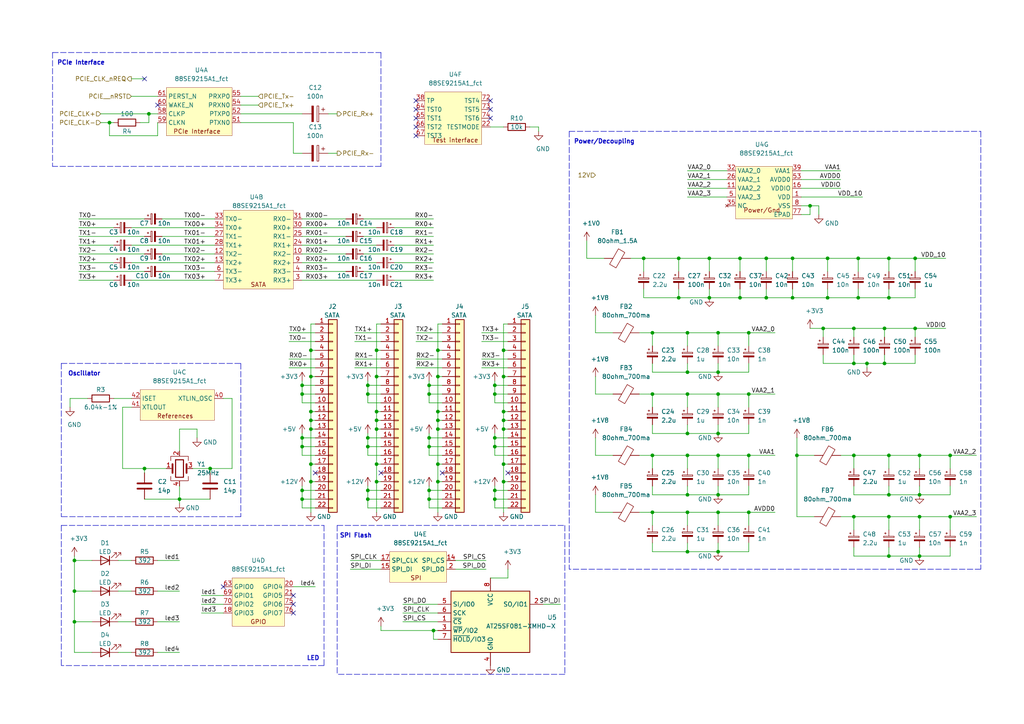
<source format=kicad_sch>
(kicad_sch (version 20210406) (generator eeschema)

  (uuid 0ea80abc-6a04-42d0-a24f-f399e659182a)

  (paper "A4")

  

  (junction (at 21.59 162.56) (diameter 0.9144) (color 0 0 0 0))
  (junction (at 21.59 171.45) (diameter 0.9144) (color 0 0 0 0))
  (junction (at 21.59 180.34) (diameter 0.9144) (color 0 0 0 0))
  (junction (at 31.75 35.56) (diameter 0.9144) (color 0 0 0 0))
  (junction (at 41.91 135.89) (diameter 0.9144) (color 0 0 0 0))
  (junction (at 43.18 33.02) (diameter 0.9144) (color 0 0 0 0))
  (junction (at 52.07 144.78) (diameter 0.9144) (color 0 0 0 0))
  (junction (at 60.96 135.89) (diameter 0.9144) (color 0 0 0 0))
  (junction (at 87.63 111.76) (diameter 0.9144) (color 0 0 0 0))
  (junction (at 87.63 114.3) (diameter 0.9144) (color 0 0 0 0))
  (junction (at 87.63 127) (diameter 0.9144) (color 0 0 0 0))
  (junction (at 87.63 129.54) (diameter 0.9144) (color 0 0 0 0))
  (junction (at 87.63 142.24) (diameter 0.9144) (color 0 0 0 0))
  (junction (at 87.63 144.78) (diameter 0.9144) (color 0 0 0 0))
  (junction (at 90.17 101.6) (diameter 0.9144) (color 0 0 0 0))
  (junction (at 90.17 109.22) (diameter 0.9144) (color 0 0 0 0))
  (junction (at 90.17 119.38) (diameter 0.9144) (color 0 0 0 0))
  (junction (at 90.17 121.92) (diameter 0.9144) (color 0 0 0 0))
  (junction (at 90.17 124.46) (diameter 0.9144) (color 0 0 0 0))
  (junction (at 90.17 134.62) (diameter 0.9144) (color 0 0 0 0))
  (junction (at 90.17 139.7) (diameter 0.9144) (color 0 0 0 0))
  (junction (at 106.68 111.76) (diameter 0.9144) (color 0 0 0 0))
  (junction (at 106.68 114.3) (diameter 0.9144) (color 0 0 0 0))
  (junction (at 106.68 127) (diameter 0.9144) (color 0 0 0 0))
  (junction (at 106.68 129.54) (diameter 0.9144) (color 0 0 0 0))
  (junction (at 106.68 142.24) (diameter 0.9144) (color 0 0 0 0))
  (junction (at 106.68 144.78) (diameter 0.9144) (color 0 0 0 0))
  (junction (at 109.22 101.6) (diameter 0.9144) (color 0 0 0 0))
  (junction (at 109.22 109.22) (diameter 0.9144) (color 0 0 0 0))
  (junction (at 109.22 119.38) (diameter 0.9144) (color 0 0 0 0))
  (junction (at 109.22 121.92) (diameter 0.9144) (color 0 0 0 0))
  (junction (at 109.22 124.46) (diameter 0.9144) (color 0 0 0 0))
  (junction (at 109.22 134.62) (diameter 0.9144) (color 0 0 0 0))
  (junction (at 109.22 139.7) (diameter 0.9144) (color 0 0 0 0))
  (junction (at 124.46 111.76) (diameter 0.9144) (color 0 0 0 0))
  (junction (at 124.46 114.3) (diameter 0.9144) (color 0 0 0 0))
  (junction (at 124.46 127) (diameter 0.9144) (color 0 0 0 0))
  (junction (at 124.46 129.54) (diameter 0.9144) (color 0 0 0 0))
  (junction (at 124.46 142.24) (diameter 0.9144) (color 0 0 0 0))
  (junction (at 124.46 144.78) (diameter 0.9144) (color 0 0 0 0))
  (junction (at 125.73 182.88) (diameter 0.9144) (color 0 0 0 0))
  (junction (at 127 101.6) (diameter 0.9144) (color 0 0 0 0))
  (junction (at 127 109.22) (diameter 0.9144) (color 0 0 0 0))
  (junction (at 127 119.38) (diameter 0.9144) (color 0 0 0 0))
  (junction (at 127 121.92) (diameter 0.9144) (color 0 0 0 0))
  (junction (at 127 124.46) (diameter 0.9144) (color 0 0 0 0))
  (junction (at 127 134.62) (diameter 0.9144) (color 0 0 0 0))
  (junction (at 127 139.7) (diameter 0.9144) (color 0 0 0 0))
  (junction (at 143.51 111.76) (diameter 0.9144) (color 0 0 0 0))
  (junction (at 143.51 114.3) (diameter 0.9144) (color 0 0 0 0))
  (junction (at 143.51 127) (diameter 0.9144) (color 0 0 0 0))
  (junction (at 143.51 129.54) (diameter 0.9144) (color 0 0 0 0))
  (junction (at 143.51 142.24) (diameter 0.9144) (color 0 0 0 0))
  (junction (at 143.51 144.78) (diameter 0.9144) (color 0 0 0 0))
  (junction (at 146.05 101.6) (diameter 0.9144) (color 0 0 0 0))
  (junction (at 146.05 109.22) (diameter 0.9144) (color 0 0 0 0))
  (junction (at 146.05 119.38) (diameter 0.9144) (color 0 0 0 0))
  (junction (at 146.05 121.92) (diameter 0.9144) (color 0 0 0 0))
  (junction (at 146.05 124.46) (diameter 0.9144) (color 0 0 0 0))
  (junction (at 146.05 134.62) (diameter 0.9144) (color 0 0 0 0))
  (junction (at 146.05 139.7) (diameter 0.9144) (color 0 0 0 0))
  (junction (at 186.69 74.93) (diameter 0.9144) (color 0 0 0 0))
  (junction (at 189.23 96.52) (diameter 0.9144) (color 0 0 0 0))
  (junction (at 189.23 114.3) (diameter 0.9144) (color 0 0 0 0))
  (junction (at 189.23 132.08) (diameter 0.9144) (color 0 0 0 0))
  (junction (at 189.23 148.59) (diameter 0.9144) (color 0 0 0 0))
  (junction (at 196.85 74.93) (diameter 0.9144) (color 0 0 0 0))
  (junction (at 196.85 86.36) (diameter 0.9144) (color 0 0 0 0))
  (junction (at 199.39 96.52) (diameter 0.9144) (color 0 0 0 0))
  (junction (at 199.39 107.95) (diameter 0.9144) (color 0 0 0 0))
  (junction (at 199.39 114.3) (diameter 0.9144) (color 0 0 0 0))
  (junction (at 199.39 125.73) (diameter 0.9144) (color 0 0 0 0))
  (junction (at 199.39 132.08) (diameter 0.9144) (color 0 0 0 0))
  (junction (at 199.39 143.51) (diameter 0.9144) (color 0 0 0 0))
  (junction (at 199.39 148.59) (diameter 0.9144) (color 0 0 0 0))
  (junction (at 199.39 160.02) (diameter 0.9144) (color 0 0 0 0))
  (junction (at 205.74 74.93) (diameter 0.9144) (color 0 0 0 0))
  (junction (at 205.74 86.36) (diameter 0.9144) (color 0 0 0 0))
  (junction (at 208.28 96.52) (diameter 0.9144) (color 0 0 0 0))
  (junction (at 208.28 107.95) (diameter 0.9144) (color 0 0 0 0))
  (junction (at 208.28 114.3) (diameter 0.9144) (color 0 0 0 0))
  (junction (at 208.28 125.73) (diameter 0.9144) (color 0 0 0 0))
  (junction (at 208.28 132.08) (diameter 0.9144) (color 0 0 0 0))
  (junction (at 208.28 143.51) (diameter 0.9144) (color 0 0 0 0))
  (junction (at 208.28 148.59) (diameter 0.9144) (color 0 0 0 0))
  (junction (at 208.28 160.02) (diameter 0.9144) (color 0 0 0 0))
  (junction (at 214.63 74.93) (diameter 0.9144) (color 0 0 0 0))
  (junction (at 214.63 86.36) (diameter 0.9144) (color 0 0 0 0))
  (junction (at 217.17 96.52) (diameter 0.9144) (color 0 0 0 0))
  (junction (at 217.17 114.3) (diameter 0.9144) (color 0 0 0 0))
  (junction (at 217.17 132.08) (diameter 0.9144) (color 0 0 0 0))
  (junction (at 217.17 148.59) (diameter 0.9144) (color 0 0 0 0))
  (junction (at 222.25 74.93) (diameter 0.9144) (color 0 0 0 0))
  (junction (at 222.25 86.36) (diameter 0.9144) (color 0 0 0 0))
  (junction (at 229.87 74.93) (diameter 0.9144) (color 0 0 0 0))
  (junction (at 229.87 86.36) (diameter 0.9144) (color 0 0 0 0))
  (junction (at 231.14 132.08) (diameter 0.9144) (color 0 0 0 0))
  (junction (at 234.95 59.69) (diameter 0.9144) (color 0 0 0 0))
  (junction (at 238.76 95.25) (diameter 0.9144) (color 0 0 0 0))
  (junction (at 240.03 74.93) (diameter 0.9144) (color 0 0 0 0))
  (junction (at 240.03 86.36) (diameter 0.9144) (color 0 0 0 0))
  (junction (at 247.65 95.25) (diameter 0.9144) (color 0 0 0 0))
  (junction (at 247.65 105.41) (diameter 0.9144) (color 0 0 0 0))
  (junction (at 247.65 132.08) (diameter 0.9144) (color 0 0 0 0))
  (junction (at 247.65 149.86) (diameter 0.9144) (color 0 0 0 0))
  (junction (at 248.92 74.93) (diameter 0.9144) (color 0 0 0 0))
  (junction (at 248.92 86.36) (diameter 0.9144) (color 0 0 0 0))
  (junction (at 251.46 105.41) (diameter 0.9144) (color 0 0 0 0))
  (junction (at 256.54 95.25) (diameter 0.9144) (color 0 0 0 0))
  (junction (at 256.54 105.41) (diameter 0.9144) (color 0 0 0 0))
  (junction (at 257.81 74.93) (diameter 0.9144) (color 0 0 0 0))
  (junction (at 257.81 86.36) (diameter 0.9144) (color 0 0 0 0))
  (junction (at 257.81 132.08) (diameter 0.9144) (color 0 0 0 0))
  (junction (at 257.81 143.51) (diameter 0.9144) (color 0 0 0 0))
  (junction (at 257.81 149.86) (diameter 0.9144) (color 0 0 0 0))
  (junction (at 257.81 161.29) (diameter 0.9144) (color 0 0 0 0))
  (junction (at 265.43 74.93) (diameter 0.9144) (color 0 0 0 0))
  (junction (at 265.43 95.25) (diameter 0.9144) (color 0 0 0 0))
  (junction (at 266.7 132.08) (diameter 0.9144) (color 0 0 0 0))
  (junction (at 266.7 143.51) (diameter 0.9144) (color 0 0 0 0))
  (junction (at 266.7 149.86) (diameter 0.9144) (color 0 0 0 0))
  (junction (at 266.7 161.29) (diameter 0.9144) (color 0 0 0 0))
  (junction (at 275.59 132.08) (diameter 0.9144) (color 0 0 0 0))
  (junction (at 275.59 149.86) (diameter 0.9144) (color 0 0 0 0))

  (no_connect (at 41.91 22.86) (uuid b903a9df-56a9-456f-87c0-71a6be1688eb))
  (no_connect (at 45.72 30.48) (uuid bb182631-094e-4484-ac51-1df6f3b3f390))
  (no_connect (at 64.77 170.18) (uuid 25767dba-890b-4d3d-80f2-1f550875783f))
  (no_connect (at 85.09 172.72) (uuid b655d339-7968-4d3b-8e06-a4c670de72c6))
  (no_connect (at 85.09 175.26) (uuid 3cd83329-dd82-4462-9077-ddafee2089e7))
  (no_connect (at 85.09 177.8) (uuid 50e01ff5-2b78-4646-a59d-7ca2dea26254))
  (no_connect (at 91.44 137.16) (uuid 2b0c669d-cfc5-4260-a4c8-cb9cd528e6da))
  (no_connect (at 110.49 137.16) (uuid c81c5304-c732-44ee-997c-c84228d88fd9))
  (no_connect (at 120.65 29.21) (uuid 4d21f28c-2a57-4275-b15f-fcd09bf6c4ed))
  (no_connect (at 120.65 31.75) (uuid 39f6f276-2d46-4e3e-ab0a-d8183a193489))
  (no_connect (at 120.65 34.29) (uuid 30310310-3de8-4d44-b2c1-d6d37838a3d8))
  (no_connect (at 120.65 36.83) (uuid 1a876608-356f-4851-a017-12b4102ae254))
  (no_connect (at 120.65 39.37) (uuid e98cb26f-e9d8-452e-8849-9e1bd7858f3a))
  (no_connect (at 128.27 137.16) (uuid 6af83b01-947f-4cf9-8fd0-e9a80329457c))
  (no_connect (at 142.24 29.21) (uuid 9f896d38-48df-4e40-9ab6-e8fa0f83f4dd))
  (no_connect (at 142.24 31.75) (uuid 3daa65f0-53db-4ff6-b6a7-4484dabe2544))
  (no_connect (at 142.24 34.29) (uuid c6046c91-ca96-4f7a-8819-4739af7c4e54))
  (no_connect (at 147.32 137.16) (uuid 1f71a2a4-252b-4e7a-b80e-5e85717dad20))

  (wire (pts (xy 20.32 115.57) (xy 25.4 115.57))
    (stroke (width 0) (type solid) (color 0 0 0 0))
    (uuid 536b5cbe-fca9-4bbd-8cb0-3ca6e3e7885a)
  )
  (wire (pts (xy 20.32 118.11) (xy 20.32 115.57))
    (stroke (width 0) (type solid) (color 0 0 0 0))
    (uuid 8e31dec9-d8f8-4d92-b85f-6c251960d6d0)
  )
  (wire (pts (xy 21.59 162.56) (xy 21.59 161.29))
    (stroke (width 0) (type solid) (color 0 0 0 0))
    (uuid 3bd13321-e90f-4e41-a396-76b807f0ba14)
  )
  (wire (pts (xy 21.59 162.56) (xy 21.59 171.45))
    (stroke (width 0) (type solid) (color 0 0 0 0))
    (uuid 32b5217e-f32b-4b48-9584-a28b8f92917a)
  )
  (wire (pts (xy 21.59 171.45) (xy 21.59 180.34))
    (stroke (width 0) (type solid) (color 0 0 0 0))
    (uuid 04e77528-233c-4e4b-a0f7-47c350333a48)
  )
  (wire (pts (xy 21.59 180.34) (xy 21.59 189.23))
    (stroke (width 0) (type solid) (color 0 0 0 0))
    (uuid 0e804f73-4257-4cf9-bcc9-7595de7e5165)
  )
  (wire (pts (xy 22.86 63.5) (xy 41.91 63.5))
    (stroke (width 0) (type solid) (color 0 0 0 0))
    (uuid 6d2b8e91-1774-4f2f-a0b1-f20458ad9acd)
  )
  (wire (pts (xy 22.86 66.04) (xy 33.02 66.04))
    (stroke (width 0) (type solid) (color 0 0 0 0))
    (uuid ae0d56c2-7025-436e-b9a0-c37d112c355b)
  )
  (wire (pts (xy 22.86 68.58) (xy 41.91 68.58))
    (stroke (width 0) (type solid) (color 0 0 0 0))
    (uuid 7060a5cf-c49d-4b9d-9fa5-814d489606bf)
  )
  (wire (pts (xy 22.86 71.12) (xy 33.02 71.12))
    (stroke (width 0) (type solid) (color 0 0 0 0))
    (uuid cccdf80a-df7c-4b7e-90c8-25f0c527116a)
  )
  (wire (pts (xy 22.86 73.66) (xy 41.91 73.66))
    (stroke (width 0) (type solid) (color 0 0 0 0))
    (uuid e53d8eae-d5d6-46a7-bb46-55698645af75)
  )
  (wire (pts (xy 22.86 76.2) (xy 33.02 76.2))
    (stroke (width 0) (type solid) (color 0 0 0 0))
    (uuid 6a807224-3dff-46ec-9863-a331bcd921ee)
  )
  (wire (pts (xy 22.86 78.74) (xy 41.91 78.74))
    (stroke (width 0) (type solid) (color 0 0 0 0))
    (uuid 477d43b4-1191-4fb6-91f2-1b09dc2705eb)
  )
  (wire (pts (xy 22.86 81.28) (xy 33.02 81.28))
    (stroke (width 0) (type solid) (color 0 0 0 0))
    (uuid 8a46f402-0adf-4144-9d37-1ad57113d50e)
  )
  (wire (pts (xy 26.67 162.56) (xy 21.59 162.56))
    (stroke (width 0) (type solid) (color 0 0 0 0))
    (uuid 7ba3802f-a6ea-4fcb-982a-ba2e82c22ad2)
  )
  (wire (pts (xy 26.67 171.45) (xy 21.59 171.45))
    (stroke (width 0) (type solid) (color 0 0 0 0))
    (uuid f4b66abb-60f5-4311-950c-bbbca1dd71eb)
  )
  (wire (pts (xy 26.67 180.34) (xy 21.59 180.34))
    (stroke (width 0) (type solid) (color 0 0 0 0))
    (uuid f9cc3154-5c57-45a2-8381-ac094b574a34)
  )
  (wire (pts (xy 26.67 189.23) (xy 21.59 189.23))
    (stroke (width 0) (type solid) (color 0 0 0 0))
    (uuid b08af7f2-e3b5-4462-b127-ea6ccb28ad7f)
  )
  (wire (pts (xy 29.21 33.02) (xy 43.18 33.02))
    (stroke (width 0) (type solid) (color 0 0 0 0))
    (uuid c2165b31-ffa5-4417-af1f-f01bbf73996b)
  )
  (wire (pts (xy 29.21 35.56) (xy 31.75 35.56))
    (stroke (width 0) (type solid) (color 0 0 0 0))
    (uuid e99f388d-0ea6-4324-b00f-eb5a65ed0cbf)
  )
  (wire (pts (xy 31.75 35.56) (xy 33.02 35.56))
    (stroke (width 0) (type solid) (color 0 0 0 0))
    (uuid 8312acba-4d7a-47ee-8445-d107ac2edeee)
  )
  (wire (pts (xy 31.75 39.37) (xy 31.75 35.56))
    (stroke (width 0) (type solid) (color 0 0 0 0))
    (uuid 6afc41a3-7006-42c7-9904-ab6bad17bec2)
  )
  (wire (pts (xy 33.02 115.57) (xy 38.1 115.57))
    (stroke (width 0) (type solid) (color 0 0 0 0))
    (uuid 1e0f374e-b798-441a-8671-8bdaaf85e234)
  )
  (wire (pts (xy 34.29 162.56) (xy 38.1 162.56))
    (stroke (width 0) (type solid) (color 0 0 0 0))
    (uuid 4db48ca6-061a-4c5f-8384-f1d0e4cdf186)
  )
  (wire (pts (xy 34.29 171.45) (xy 38.1 171.45))
    (stroke (width 0) (type solid) (color 0 0 0 0))
    (uuid 98fa4821-cdd1-4a43-a52e-f08e6dcc2f53)
  )
  (wire (pts (xy 34.29 180.34) (xy 38.1 180.34))
    (stroke (width 0) (type solid) (color 0 0 0 0))
    (uuid d38ae896-245f-40de-9d57-cf5663a795cf)
  )
  (wire (pts (xy 34.29 189.23) (xy 38.1 189.23))
    (stroke (width 0) (type solid) (color 0 0 0 0))
    (uuid 2b8fa3f7-f885-4a80-ab20-946aae634258)
  )
  (wire (pts (xy 35.56 118.11) (xy 35.56 135.89))
    (stroke (width 0) (type solid) (color 0 0 0 0))
    (uuid 11db1f41-ce5a-45eb-aa25-0eb38bf0fd06)
  )
  (wire (pts (xy 35.56 135.89) (xy 41.91 135.89))
    (stroke (width 0) (type solid) (color 0 0 0 0))
    (uuid adf4d7f0-f330-494b-a029-60a71b65d947)
  )
  (wire (pts (xy 38.1 22.86) (xy 41.91 22.86))
    (stroke (width 0) (type solid) (color 0 0 0 0))
    (uuid 4633b359-c3ab-4a63-82cf-3c6c99bf1f5d)
  )
  (wire (pts (xy 38.1 27.94) (xy 45.72 27.94))
    (stroke (width 0) (type solid) (color 0 0 0 0))
    (uuid 13acb44a-a30d-408d-81a3-4e205959d5c2)
  )
  (wire (pts (xy 38.1 66.04) (xy 62.23 66.04))
    (stroke (width 0) (type solid) (color 0 0 0 0))
    (uuid 7cca69bd-22e8-400f-82eb-235ff7dd7ef3)
  )
  (wire (pts (xy 38.1 71.12) (xy 62.23 71.12))
    (stroke (width 0) (type solid) (color 0 0 0 0))
    (uuid ce8e24db-5f47-4f36-aea8-00aa7bea71a1)
  )
  (wire (pts (xy 38.1 76.2) (xy 62.23 76.2))
    (stroke (width 0) (type solid) (color 0 0 0 0))
    (uuid ad3fe758-8a30-432f-849e-d69e9972c5f6)
  )
  (wire (pts (xy 38.1 81.28) (xy 62.23 81.28))
    (stroke (width 0) (type solid) (color 0 0 0 0))
    (uuid c8ccaacc-2f5e-4c9a-8f13-947f06c85546)
  )
  (wire (pts (xy 38.1 118.11) (xy 35.56 118.11))
    (stroke (width 0) (type solid) (color 0 0 0 0))
    (uuid bb46fe81-622a-4edd-bbaa-a8fe9c653c1e)
  )
  (wire (pts (xy 41.91 135.89) (xy 41.91 137.16))
    (stroke (width 0) (type solid) (color 0 0 0 0))
    (uuid f8da4704-a129-4901-b62b-8476e73fb6fb)
  )
  (wire (pts (xy 41.91 135.89) (xy 48.26 135.89))
    (stroke (width 0) (type solid) (color 0 0 0 0))
    (uuid c2299326-5bcb-43dd-95e8-49193bb7e6de)
  )
  (wire (pts (xy 41.91 144.78) (xy 52.07 144.78))
    (stroke (width 0) (type solid) (color 0 0 0 0))
    (uuid f18994fc-5636-4e3b-a37c-1ca6e2ac63fc)
  )
  (wire (pts (xy 43.18 33.02) (xy 43.18 35.56))
    (stroke (width 0) (type solid) (color 0 0 0 0))
    (uuid 891bc1ae-efdb-4655-b20f-c2dd8ff32abb)
  )
  (wire (pts (xy 43.18 35.56) (xy 40.64 35.56))
    (stroke (width 0) (type solid) (color 0 0 0 0))
    (uuid 2f07a385-0dbc-4038-8276-12dc4188fb85)
  )
  (wire (pts (xy 45.72 33.02) (xy 43.18 33.02))
    (stroke (width 0) (type solid) (color 0 0 0 0))
    (uuid 4dbdee0d-a120-420a-a3b4-0fb0cfcb97a0)
  )
  (wire (pts (xy 45.72 35.56) (xy 45.72 39.37))
    (stroke (width 0) (type solid) (color 0 0 0 0))
    (uuid 279e118f-7070-42d3-a896-b741103924dd)
  )
  (wire (pts (xy 45.72 39.37) (xy 31.75 39.37))
    (stroke (width 0) (type solid) (color 0 0 0 0))
    (uuid d9a32b22-75af-41d4-914a-91b109340779)
  )
  (wire (pts (xy 45.72 162.56) (xy 52.07 162.56))
    (stroke (width 0) (type solid) (color 0 0 0 0))
    (uuid 797bb8fa-dabf-4eb0-a5fb-1b19494de276)
  )
  (wire (pts (xy 45.72 171.45) (xy 52.07 171.45))
    (stroke (width 0) (type solid) (color 0 0 0 0))
    (uuid f2b05b46-7c27-4fb2-a9e4-1e1a4cceaf2d)
  )
  (wire (pts (xy 45.72 180.34) (xy 52.07 180.34))
    (stroke (width 0) (type solid) (color 0 0 0 0))
    (uuid 7448ab28-9589-4133-8fd4-b5bdc3683e37)
  )
  (wire (pts (xy 45.72 189.23) (xy 52.07 189.23))
    (stroke (width 0) (type solid) (color 0 0 0 0))
    (uuid 3085347e-b655-4f8c-846e-d0d585b53b3b)
  )
  (wire (pts (xy 46.99 63.5) (xy 62.23 63.5))
    (stroke (width 0) (type solid) (color 0 0 0 0))
    (uuid a00147fc-92d3-496f-9642-59b4912b8a9a)
  )
  (wire (pts (xy 46.99 68.58) (xy 62.23 68.58))
    (stroke (width 0) (type solid) (color 0 0 0 0))
    (uuid 482d455e-c785-40cc-b245-1e5bc97518f4)
  )
  (wire (pts (xy 46.99 73.66) (xy 62.23 73.66))
    (stroke (width 0) (type solid) (color 0 0 0 0))
    (uuid 2f757aef-9ba2-437e-990b-b08af0d6224a)
  )
  (wire (pts (xy 46.99 78.74) (xy 62.23 78.74))
    (stroke (width 0) (type solid) (color 0 0 0 0))
    (uuid 5c7503dc-a333-408c-b513-bce16f75d0eb)
  )
  (wire (pts (xy 52.07 124.46) (xy 57.15 124.46))
    (stroke (width 0) (type solid) (color 0 0 0 0))
    (uuid 81a82147-7809-46f1-a40c-13056aeabbd4)
  )
  (wire (pts (xy 52.07 130.81) (xy 52.07 124.46))
    (stroke (width 0) (type solid) (color 0 0 0 0))
    (uuid 81a82147-7809-46f1-a40c-13056aeabbd4)
  )
  (wire (pts (xy 52.07 140.97) (xy 52.07 144.78))
    (stroke (width 0) (type solid) (color 0 0 0 0))
    (uuid 4c353694-04be-4dcd-8038-24151de647e9)
  )
  (wire (pts (xy 52.07 144.78) (xy 52.07 146.05))
    (stroke (width 0) (type solid) (color 0 0 0 0))
    (uuid 1cba671b-4b9c-4888-b98a-351b121a52a6)
  )
  (wire (pts (xy 52.07 144.78) (xy 60.96 144.78))
    (stroke (width 0) (type solid) (color 0 0 0 0))
    (uuid f18994fc-5636-4e3b-a37c-1ca6e2ac63fc)
  )
  (wire (pts (xy 55.88 135.89) (xy 60.96 135.89))
    (stroke (width 0) (type solid) (color 0 0 0 0))
    (uuid 7d3c2fbb-675b-44e2-b184-205d98e2cd5d)
  )
  (wire (pts (xy 57.15 124.46) (xy 57.15 127))
    (stroke (width 0) (type solid) (color 0 0 0 0))
    (uuid 81a82147-7809-46f1-a40c-13056aeabbd4)
  )
  (wire (pts (xy 58.42 172.72) (xy 64.77 172.72))
    (stroke (width 0) (type solid) (color 0 0 0 0))
    (uuid 3b9707ad-303f-4405-aaac-b6087bd59dea)
  )
  (wire (pts (xy 58.42 175.26) (xy 64.77 175.26))
    (stroke (width 0) (type solid) (color 0 0 0 0))
    (uuid 4bd74e78-8e91-4e2f-abdc-d268402f17f8)
  )
  (wire (pts (xy 58.42 177.8) (xy 64.77 177.8))
    (stroke (width 0) (type solid) (color 0 0 0 0))
    (uuid 6c488db7-522a-4ffa-9fb8-a23e2e1c1675)
  )
  (wire (pts (xy 60.96 135.89) (xy 60.96 137.16))
    (stroke (width 0) (type solid) (color 0 0 0 0))
    (uuid 90868995-b72e-48ec-b07d-4da18e618c10)
  )
  (wire (pts (xy 60.96 135.89) (xy 67.31 135.89))
    (stroke (width 0) (type solid) (color 0 0 0 0))
    (uuid 9c8b04f0-3b0f-48b2-9bf5-00b271447dde)
  )
  (wire (pts (xy 67.31 115.57) (xy 64.77 115.57))
    (stroke (width 0) (type solid) (color 0 0 0 0))
    (uuid 69867d2f-340e-4c98-9d7c-df8385b790c8)
  )
  (wire (pts (xy 67.31 135.89) (xy 67.31 115.57))
    (stroke (width 0) (type solid) (color 0 0 0 0))
    (uuid 05708ace-5e42-49e3-b44b-a45edc2c8449)
  )
  (wire (pts (xy 69.85 27.94) (xy 74.93 27.94))
    (stroke (width 0) (type solid) (color 0 0 0 0))
    (uuid f2807947-c8cf-4889-9ca9-9595915a42c1)
  )
  (wire (pts (xy 69.85 30.48) (xy 74.93 30.48))
    (stroke (width 0) (type solid) (color 0 0 0 0))
    (uuid bfff2fa2-436d-4b4c-8b84-fb7a65e42d7f)
  )
  (wire (pts (xy 69.85 33.02) (xy 87.63 33.02))
    (stroke (width 0) (type solid) (color 0 0 0 0))
    (uuid 28c1117b-292f-43da-9542-c7f30a9d4310)
  )
  (wire (pts (xy 83.82 96.52) (xy 91.44 96.52))
    (stroke (width 0) (type solid) (color 0 0 0 0))
    (uuid 3f1b3ede-6c18-46e6-a156-3270d9c3080a)
  )
  (wire (pts (xy 83.82 99.06) (xy 91.44 99.06))
    (stroke (width 0) (type solid) (color 0 0 0 0))
    (uuid 9b40ac40-9100-4b54-bc12-c388498b959a)
  )
  (wire (pts (xy 83.82 104.14) (xy 91.44 104.14))
    (stroke (width 0) (type solid) (color 0 0 0 0))
    (uuid ea0d5381-7fd8-4358-8118-ad7f18a1fc3f)
  )
  (wire (pts (xy 83.82 106.68) (xy 91.44 106.68))
    (stroke (width 0) (type solid) (color 0 0 0 0))
    (uuid ee09f604-e4c3-4a9a-9cd7-3d4f51832de5)
  )
  (wire (pts (xy 85.09 35.56) (xy 69.85 35.56))
    (stroke (width 0) (type solid) (color 0 0 0 0))
    (uuid ad29da30-9862-4dd5-bf57-e83af39702d9)
  )
  (wire (pts (xy 85.09 44.45) (xy 85.09 35.56))
    (stroke (width 0) (type solid) (color 0 0 0 0))
    (uuid eb71ec34-8dc3-4176-b5a4-c603eddff6ca)
  )
  (wire (pts (xy 85.09 170.18) (xy 91.44 170.18))
    (stroke (width 0) (type solid) (color 0 0 0 0))
    (uuid 93bf6329-9341-4a15-a8ce-6b63d6f1b516)
  )
  (wire (pts (xy 87.63 44.45) (xy 85.09 44.45))
    (stroke (width 0) (type solid) (color 0 0 0 0))
    (uuid ef2fd311-38e3-462d-af91-fc19ae4227ca)
  )
  (wire (pts (xy 87.63 63.5) (xy 100.33 63.5))
    (stroke (width 0) (type solid) (color 0 0 0 0))
    (uuid c7b91124-1444-4516-9eac-1a866d6ed38a)
  )
  (wire (pts (xy 87.63 66.04) (xy 109.22 66.04))
    (stroke (width 0) (type solid) (color 0 0 0 0))
    (uuid 8c4b59d0-6c36-40fd-bf24-e67f8631b1c1)
  )
  (wire (pts (xy 87.63 68.58) (xy 100.33 68.58))
    (stroke (width 0) (type solid) (color 0 0 0 0))
    (uuid e6afbec1-e48c-4fa8-807c-63a6c9324d5a)
  )
  (wire (pts (xy 87.63 71.12) (xy 109.22 71.12))
    (stroke (width 0) (type solid) (color 0 0 0 0))
    (uuid 614a210c-b38f-4235-9f3f-e2753c43d84c)
  )
  (wire (pts (xy 87.63 73.66) (xy 100.33 73.66))
    (stroke (width 0) (type solid) (color 0 0 0 0))
    (uuid db425a26-c67a-4996-9e81-51b3ec440128)
  )
  (wire (pts (xy 87.63 76.2) (xy 109.22 76.2))
    (stroke (width 0) (type solid) (color 0 0 0 0))
    (uuid 6543a609-03fa-4e71-bcba-a31acf4a2441)
  )
  (wire (pts (xy 87.63 78.74) (xy 100.33 78.74))
    (stroke (width 0) (type solid) (color 0 0 0 0))
    (uuid 2767fc2d-0dde-4f66-9d72-5e7bd4002904)
  )
  (wire (pts (xy 87.63 81.28) (xy 109.22 81.28))
    (stroke (width 0) (type solid) (color 0 0 0 0))
    (uuid 7b1d1f9f-f4d0-4093-89d9-cb900afe65eb)
  )
  (wire (pts (xy 87.63 110.49) (xy 87.63 111.76))
    (stroke (width 0) (type solid) (color 0 0 0 0))
    (uuid 161d522e-2afd-4814-9220-88d63a9d1854)
  )
  (wire (pts (xy 87.63 111.76) (xy 91.44 111.76))
    (stroke (width 0) (type solid) (color 0 0 0 0))
    (uuid b47bdf22-ffbc-42a7-9c15-21bc4f346373)
  )
  (wire (pts (xy 87.63 114.3) (xy 87.63 111.76))
    (stroke (width 0) (type solid) (color 0 0 0 0))
    (uuid a6785c62-b15e-4d4a-98dd-5ec1b48ab0f5)
  )
  (wire (pts (xy 87.63 116.84) (xy 87.63 114.3))
    (stroke (width 0) (type solid) (color 0 0 0 0))
    (uuid 21fed9e8-0d48-4e4d-9d7c-29fac3291066)
  )
  (wire (pts (xy 87.63 125.73) (xy 87.63 127))
    (stroke (width 0) (type solid) (color 0 0 0 0))
    (uuid 1b9ec279-f2dc-43a0-8df2-dbeffe8f4f5a)
  )
  (wire (pts (xy 87.63 127) (xy 91.44 127))
    (stroke (width 0) (type solid) (color 0 0 0 0))
    (uuid b8f2b1d1-ec07-49e2-8a5c-134f2137919e)
  )
  (wire (pts (xy 87.63 129.54) (xy 87.63 127))
    (stroke (width 0) (type solid) (color 0 0 0 0))
    (uuid ccd59247-9c45-47d9-9ce5-46578afa8d5a)
  )
  (wire (pts (xy 87.63 132.08) (xy 87.63 129.54))
    (stroke (width 0) (type solid) (color 0 0 0 0))
    (uuid 6efbd14f-e8fb-41a0-8982-877b63614119)
  )
  (wire (pts (xy 87.63 140.97) (xy 87.63 142.24))
    (stroke (width 0) (type solid) (color 0 0 0 0))
    (uuid 567582b5-5de7-4e54-9b75-591ee25f54d8)
  )
  (wire (pts (xy 87.63 142.24) (xy 91.44 142.24))
    (stroke (width 0) (type solid) (color 0 0 0 0))
    (uuid 84f985eb-b3ab-474f-a85f-e15f94ae7445)
  )
  (wire (pts (xy 87.63 144.78) (xy 87.63 142.24))
    (stroke (width 0) (type solid) (color 0 0 0 0))
    (uuid f9847ca4-9e33-4783-ae55-5c9544c043b9)
  )
  (wire (pts (xy 87.63 147.32) (xy 87.63 144.78))
    (stroke (width 0) (type solid) (color 0 0 0 0))
    (uuid e4274193-38ed-4267-9fae-b161a39e2a54)
  )
  (wire (pts (xy 90.17 93.98) (xy 90.17 101.6))
    (stroke (width 0) (type solid) (color 0 0 0 0))
    (uuid e91ced7d-98ce-4ee0-9efd-68d3eac156db)
  )
  (wire (pts (xy 90.17 101.6) (xy 90.17 109.22))
    (stroke (width 0) (type solid) (color 0 0 0 0))
    (uuid e629709a-818e-48ea-8118-7977b52e2b5f)
  )
  (wire (pts (xy 90.17 101.6) (xy 91.44 101.6))
    (stroke (width 0) (type solid) (color 0 0 0 0))
    (uuid 0ee4696c-4252-4263-9103-6fc1cde937a8)
  )
  (wire (pts (xy 90.17 109.22) (xy 90.17 119.38))
    (stroke (width 0) (type solid) (color 0 0 0 0))
    (uuid 1b1772bd-cef4-4c4a-90d2-fa8edd10a56e)
  )
  (wire (pts (xy 90.17 109.22) (xy 91.44 109.22))
    (stroke (width 0) (type solid) (color 0 0 0 0))
    (uuid 575724ca-56f1-4675-b955-7bfb71c4b421)
  )
  (wire (pts (xy 90.17 119.38) (xy 90.17 121.92))
    (stroke (width 0) (type solid) (color 0 0 0 0))
    (uuid 6a70321c-7eac-4d27-b93a-05cf789757b2)
  )
  (wire (pts (xy 90.17 119.38) (xy 91.44 119.38))
    (stroke (width 0) (type solid) (color 0 0 0 0))
    (uuid 8b52e5a0-603d-4289-9d67-2e82645b0b09)
  )
  (wire (pts (xy 90.17 124.46) (xy 90.17 121.92))
    (stroke (width 0) (type solid) (color 0 0 0 0))
    (uuid efad2716-4936-4e4f-9de4-324fa6581586)
  )
  (wire (pts (xy 90.17 134.62) (xy 90.17 124.46))
    (stroke (width 0) (type solid) (color 0 0 0 0))
    (uuid 71dcea86-a14d-4fe4-8982-e032d5b75d61)
  )
  (wire (pts (xy 90.17 139.7) (xy 90.17 134.62))
    (stroke (width 0) (type solid) (color 0 0 0 0))
    (uuid 30b2286a-33eb-4b61-a6f3-b69980a26bd8)
  )
  (wire (pts (xy 90.17 139.7) (xy 90.17 148.59))
    (stroke (width 0) (type solid) (color 0 0 0 0))
    (uuid b2da4283-4077-4f14-b3f0-5275262a8807)
  )
  (wire (pts (xy 91.44 93.98) (xy 90.17 93.98))
    (stroke (width 0) (type solid) (color 0 0 0 0))
    (uuid be0831f9-01c5-488d-8aae-19af1594cc3a)
  )
  (wire (pts (xy 91.44 114.3) (xy 87.63 114.3))
    (stroke (width 0) (type solid) (color 0 0 0 0))
    (uuid 272734d5-beeb-4ae7-a77a-35ca67ee4031)
  )
  (wire (pts (xy 91.44 116.84) (xy 87.63 116.84))
    (stroke (width 0) (type solid) (color 0 0 0 0))
    (uuid b3584b5c-0bb8-49b6-b206-7c65bb4c82d9)
  )
  (wire (pts (xy 91.44 121.92) (xy 90.17 121.92))
    (stroke (width 0) (type solid) (color 0 0 0 0))
    (uuid b674825b-8d4c-4eb8-8ecf-8c713399a0ad)
  )
  (wire (pts (xy 91.44 124.46) (xy 90.17 124.46))
    (stroke (width 0) (type solid) (color 0 0 0 0))
    (uuid 12ba041b-8d93-4bda-a31c-c0c9b7e5a457)
  )
  (wire (pts (xy 91.44 129.54) (xy 87.63 129.54))
    (stroke (width 0) (type solid) (color 0 0 0 0))
    (uuid 34eb8dd9-8b3d-4499-a501-a45e086b34e9)
  )
  (wire (pts (xy 91.44 132.08) (xy 87.63 132.08))
    (stroke (width 0) (type solid) (color 0 0 0 0))
    (uuid e55b18ba-7eea-4458-b385-a59f5bb05e71)
  )
  (wire (pts (xy 91.44 134.62) (xy 90.17 134.62))
    (stroke (width 0) (type solid) (color 0 0 0 0))
    (uuid c86a555f-76fb-4ea5-9ce6-75f032895b54)
  )
  (wire (pts (xy 91.44 139.7) (xy 90.17 139.7))
    (stroke (width 0) (type solid) (color 0 0 0 0))
    (uuid 41229a6e-fbb2-4840-8b3a-4ad28491598d)
  )
  (wire (pts (xy 91.44 144.78) (xy 87.63 144.78))
    (stroke (width 0) (type solid) (color 0 0 0 0))
    (uuid 675a5f15-e2ff-49e5-8ee4-76d28f13989b)
  )
  (wire (pts (xy 91.44 147.32) (xy 87.63 147.32))
    (stroke (width 0) (type solid) (color 0 0 0 0))
    (uuid cd1596db-3501-4658-bda2-ffc795655f87)
  )
  (wire (pts (xy 95.25 33.02) (xy 97.79 33.02))
    (stroke (width 0) (type solid) (color 0 0 0 0))
    (uuid 697f09a8-82d1-40b9-b8ad-28fbce75cab9)
  )
  (wire (pts (xy 95.25 44.45) (xy 97.79 44.45))
    (stroke (width 0) (type solid) (color 0 0 0 0))
    (uuid 6a17ff94-bb79-4189-83a4-b07bfc0fd5c8)
  )
  (wire (pts (xy 101.6 162.56) (xy 110.49 162.56))
    (stroke (width 0) (type solid) (color 0 0 0 0))
    (uuid 4ab2c44d-9ab0-457b-ac8b-ae14210dade3)
  )
  (wire (pts (xy 101.6 165.1) (xy 110.49 165.1))
    (stroke (width 0) (type solid) (color 0 0 0 0))
    (uuid dbb3f0c7-24c1-4c9d-8626-b5fe91e77c08)
  )
  (wire (pts (xy 102.87 96.52) (xy 110.49 96.52))
    (stroke (width 0) (type solid) (color 0 0 0 0))
    (uuid 482fe3cd-56e7-4298-b0da-7b3e5beb1eb2)
  )
  (wire (pts (xy 102.87 99.06) (xy 110.49 99.06))
    (stroke (width 0) (type solid) (color 0 0 0 0))
    (uuid a6df82b2-ea5d-4279-a9e2-49acc5688c72)
  )
  (wire (pts (xy 102.87 104.14) (xy 110.49 104.14))
    (stroke (width 0) (type solid) (color 0 0 0 0))
    (uuid c641fe59-1c83-4bf1-a68a-a1027c507dc0)
  )
  (wire (pts (xy 102.87 106.68) (xy 110.49 106.68))
    (stroke (width 0) (type solid) (color 0 0 0 0))
    (uuid c8447016-e558-44af-9e0b-3c19fb2cfe51)
  )
  (wire (pts (xy 105.41 63.5) (xy 125.73 63.5))
    (stroke (width 0) (type solid) (color 0 0 0 0))
    (uuid 33e870d1-4acb-4556-8028-ebf141752266)
  )
  (wire (pts (xy 105.41 68.58) (xy 125.73 68.58))
    (stroke (width 0) (type solid) (color 0 0 0 0))
    (uuid ddf6c84e-71cb-4ab4-91ec-1810f238fb1f)
  )
  (wire (pts (xy 105.41 73.66) (xy 125.73 73.66))
    (stroke (width 0) (type solid) (color 0 0 0 0))
    (uuid 4233a4a3-3af5-4e23-988b-4b2716239b0a)
  )
  (wire (pts (xy 105.41 78.74) (xy 125.73 78.74))
    (stroke (width 0) (type solid) (color 0 0 0 0))
    (uuid e5687af7-1bd5-41ff-8305-8463f8cafd19)
  )
  (wire (pts (xy 106.68 110.49) (xy 106.68 111.76))
    (stroke (width 0) (type solid) (color 0 0 0 0))
    (uuid 3c561541-773b-4808-875d-1a5ee5a7778a)
  )
  (wire (pts (xy 106.68 111.76) (xy 110.49 111.76))
    (stroke (width 0) (type solid) (color 0 0 0 0))
    (uuid 514dd2d2-6921-46cd-93dd-9b01774a2cd3)
  )
  (wire (pts (xy 106.68 114.3) (xy 106.68 111.76))
    (stroke (width 0) (type solid) (color 0 0 0 0))
    (uuid eac44db3-e66b-439f-bd64-a6a98ee72bb6)
  )
  (wire (pts (xy 106.68 116.84) (xy 106.68 114.3))
    (stroke (width 0) (type solid) (color 0 0 0 0))
    (uuid 9d8f22a5-1705-4b9a-ad67-d3e3c77342b3)
  )
  (wire (pts (xy 106.68 125.73) (xy 106.68 127))
    (stroke (width 0) (type solid) (color 0 0 0 0))
    (uuid 2f16171c-0e69-4990-8bbb-6f310a33ed98)
  )
  (wire (pts (xy 106.68 127) (xy 110.49 127))
    (stroke (width 0) (type solid) (color 0 0 0 0))
    (uuid 22e2a3cf-31ed-42f4-b6ce-e51d47acfb5e)
  )
  (wire (pts (xy 106.68 129.54) (xy 106.68 127))
    (stroke (width 0) (type solid) (color 0 0 0 0))
    (uuid 9e602ac8-ace3-4c80-9a42-84aec37cc003)
  )
  (wire (pts (xy 106.68 132.08) (xy 106.68 129.54))
    (stroke (width 0) (type solid) (color 0 0 0 0))
    (uuid aad520ee-6714-49a0-8c05-d8f76f07ab77)
  )
  (wire (pts (xy 106.68 140.97) (xy 106.68 142.24))
    (stroke (width 0) (type solid) (color 0 0 0 0))
    (uuid e0938d2a-4ed0-46c1-8042-5710a366abd8)
  )
  (wire (pts (xy 106.68 142.24) (xy 110.49 142.24))
    (stroke (width 0) (type solid) (color 0 0 0 0))
    (uuid b73adbc0-66b2-44a0-a4a4-72fa65efd175)
  )
  (wire (pts (xy 106.68 144.78) (xy 106.68 142.24))
    (stroke (width 0) (type solid) (color 0 0 0 0))
    (uuid d58360c2-ca96-46da-ac46-e803622ce9c7)
  )
  (wire (pts (xy 106.68 147.32) (xy 106.68 144.78))
    (stroke (width 0) (type solid) (color 0 0 0 0))
    (uuid 65ba9ef7-7818-4558-96cd-cd365529dc06)
  )
  (wire (pts (xy 109.22 93.98) (xy 109.22 101.6))
    (stroke (width 0) (type solid) (color 0 0 0 0))
    (uuid 575193ef-9c63-4152-9006-48310e65b7cc)
  )
  (wire (pts (xy 109.22 101.6) (xy 109.22 109.22))
    (stroke (width 0) (type solid) (color 0 0 0 0))
    (uuid a880dae4-d272-4cfb-9437-d05ab495dfb7)
  )
  (wire (pts (xy 109.22 101.6) (xy 110.49 101.6))
    (stroke (width 0) (type solid) (color 0 0 0 0))
    (uuid a53ca1fe-3c33-4b8b-b855-f4dfc120619e)
  )
  (wire (pts (xy 109.22 109.22) (xy 109.22 119.38))
    (stroke (width 0) (type solid) (color 0 0 0 0))
    (uuid 1a1cd2d1-23b0-4733-8184-75a93a6a56af)
  )
  (wire (pts (xy 109.22 109.22) (xy 110.49 109.22))
    (stroke (width 0) (type solid) (color 0 0 0 0))
    (uuid 0815cf45-fce4-460a-a26a-0e013ce45726)
  )
  (wire (pts (xy 109.22 119.38) (xy 109.22 121.92))
    (stroke (width 0) (type solid) (color 0 0 0 0))
    (uuid 4bfe52fe-a763-487e-b778-5b7590baf8bf)
  )
  (wire (pts (xy 109.22 119.38) (xy 110.49 119.38))
    (stroke (width 0) (type solid) (color 0 0 0 0))
    (uuid 02e8c08a-90f1-4905-8650-34b631433c33)
  )
  (wire (pts (xy 109.22 124.46) (xy 109.22 121.92))
    (stroke (width 0) (type solid) (color 0 0 0 0))
    (uuid 482ec24e-01b7-4f4b-800e-b2c43d9a8178)
  )
  (wire (pts (xy 109.22 134.62) (xy 109.22 124.46))
    (stroke (width 0) (type solid) (color 0 0 0 0))
    (uuid 3c3600dd-11d1-4d0f-b981-3d241a370b6a)
  )
  (wire (pts (xy 109.22 139.7) (xy 109.22 134.62))
    (stroke (width 0) (type solid) (color 0 0 0 0))
    (uuid ac40f906-5ded-4cac-b2e8-35155deb04ef)
  )
  (wire (pts (xy 109.22 139.7) (xy 109.22 148.59))
    (stroke (width 0) (type solid) (color 0 0 0 0))
    (uuid 2f78b2b7-2c91-4e42-961d-240f613a40eb)
  )
  (wire (pts (xy 110.49 93.98) (xy 109.22 93.98))
    (stroke (width 0) (type solid) (color 0 0 0 0))
    (uuid 08bd0623-0506-4091-a63a-82bec937d106)
  )
  (wire (pts (xy 110.49 114.3) (xy 106.68 114.3))
    (stroke (width 0) (type solid) (color 0 0 0 0))
    (uuid e69d37af-b990-4e38-ba85-17b09d3ac807)
  )
  (wire (pts (xy 110.49 116.84) (xy 106.68 116.84))
    (stroke (width 0) (type solid) (color 0 0 0 0))
    (uuid 9cfdbc75-3e56-4592-9d6c-ccbc58227797)
  )
  (wire (pts (xy 110.49 121.92) (xy 109.22 121.92))
    (stroke (width 0) (type solid) (color 0 0 0 0))
    (uuid a1ac39a8-0fe7-49fc-b1fb-46274a6d62eb)
  )
  (wire (pts (xy 110.49 124.46) (xy 109.22 124.46))
    (stroke (width 0) (type solid) (color 0 0 0 0))
    (uuid bfdad8c2-f7c0-4e12-a174-561f7e6d6221)
  )
  (wire (pts (xy 110.49 129.54) (xy 106.68 129.54))
    (stroke (width 0) (type solid) (color 0 0 0 0))
    (uuid 1f48cac7-485b-47b0-a91b-b423371e5b97)
  )
  (wire (pts (xy 110.49 132.08) (xy 106.68 132.08))
    (stroke (width 0) (type solid) (color 0 0 0 0))
    (uuid f7c9141f-248d-4a57-a37d-9992d2dc20c0)
  )
  (wire (pts (xy 110.49 134.62) (xy 109.22 134.62))
    (stroke (width 0) (type solid) (color 0 0 0 0))
    (uuid 9f59b2ee-986b-490c-ab5d-3acea6cad095)
  )
  (wire (pts (xy 110.49 139.7) (xy 109.22 139.7))
    (stroke (width 0) (type solid) (color 0 0 0 0))
    (uuid 7c1c1aea-2963-4b18-9263-c9ed78b4af51)
  )
  (wire (pts (xy 110.49 144.78) (xy 106.68 144.78))
    (stroke (width 0) (type solid) (color 0 0 0 0))
    (uuid ee1113f4-2b59-4b8a-88cf-54966ce28d48)
  )
  (wire (pts (xy 110.49 147.32) (xy 106.68 147.32))
    (stroke (width 0) (type solid) (color 0 0 0 0))
    (uuid 0349fd09-2910-4c53-9385-6d0a141e9f9d)
  )
  (wire (pts (xy 110.49 181.61) (xy 110.49 182.88))
    (stroke (width 0) (type solid) (color 0 0 0 0))
    (uuid 599a8ebc-a74f-4a56-956f-bb03bcfd507d)
  )
  (wire (pts (xy 110.49 182.88) (xy 125.73 182.88))
    (stroke (width 0) (type solid) (color 0 0 0 0))
    (uuid 599a8ebc-a74f-4a56-956f-bb03bcfd507d)
  )
  (wire (pts (xy 114.3 66.04) (xy 125.73 66.04))
    (stroke (width 0) (type solid) (color 0 0 0 0))
    (uuid 502c558a-df48-4c24-bb42-80d4bedc6b02)
  )
  (wire (pts (xy 114.3 71.12) (xy 125.73 71.12))
    (stroke (width 0) (type solid) (color 0 0 0 0))
    (uuid 7c062793-fcc9-41b7-a551-eeeff212b485)
  )
  (wire (pts (xy 114.3 76.2) (xy 125.73 76.2))
    (stroke (width 0) (type solid) (color 0 0 0 0))
    (uuid 3fc7e6c5-5de6-4687-add6-1d107b075f25)
  )
  (wire (pts (xy 114.3 81.28) (xy 125.73 81.28))
    (stroke (width 0) (type solid) (color 0 0 0 0))
    (uuid bd4916c0-a1be-44d7-9d4f-5d85f61943dc)
  )
  (wire (pts (xy 116.84 175.26) (xy 127 175.26))
    (stroke (width 0) (type solid) (color 0 0 0 0))
    (uuid eb0122f4-fe2b-4e1c-965d-5ddaa603ed91)
  )
  (wire (pts (xy 116.84 177.8) (xy 127 177.8))
    (stroke (width 0) (type solid) (color 0 0 0 0))
    (uuid 81f658e0-cf64-40fe-a115-d669e165b9d1)
  )
  (wire (pts (xy 116.84 180.34) (xy 127 180.34))
    (stroke (width 0) (type solid) (color 0 0 0 0))
    (uuid 7ead48b5-ef18-4625-bf94-0aec01113941)
  )
  (wire (pts (xy 120.65 96.52) (xy 128.27 96.52))
    (stroke (width 0) (type solid) (color 0 0 0 0))
    (uuid 50124866-12c8-4063-9385-9da96eea2cd7)
  )
  (wire (pts (xy 120.65 99.06) (xy 128.27 99.06))
    (stroke (width 0) (type solid) (color 0 0 0 0))
    (uuid dd976d8d-328f-4e1d-ba18-6ac4e30aadea)
  )
  (wire (pts (xy 120.65 104.14) (xy 128.27 104.14))
    (stroke (width 0) (type solid) (color 0 0 0 0))
    (uuid 288a55ce-5042-48c8-8163-04483bc50f72)
  )
  (wire (pts (xy 120.65 106.68) (xy 128.27 106.68))
    (stroke (width 0) (type solid) (color 0 0 0 0))
    (uuid b0b8a620-8aff-4eb6-bdde-90a68bdd1846)
  )
  (wire (pts (xy 124.46 110.49) (xy 124.46 111.76))
    (stroke (width 0) (type solid) (color 0 0 0 0))
    (uuid 67e948bb-ab66-44df-bca2-030554a30981)
  )
  (wire (pts (xy 124.46 111.76) (xy 128.27 111.76))
    (stroke (width 0) (type solid) (color 0 0 0 0))
    (uuid 47c9320a-ab56-4bd6-88a3-2c199fa59d57)
  )
  (wire (pts (xy 124.46 114.3) (xy 124.46 111.76))
    (stroke (width 0) (type solid) (color 0 0 0 0))
    (uuid aacfb86f-35fe-4a26-ac54-32308c9f1dfd)
  )
  (wire (pts (xy 124.46 116.84) (xy 124.46 114.3))
    (stroke (width 0) (type solid) (color 0 0 0 0))
    (uuid ea5a3eb8-3151-4cd7-865c-2a979ebe127f)
  )
  (wire (pts (xy 124.46 125.73) (xy 124.46 127))
    (stroke (width 0) (type solid) (color 0 0 0 0))
    (uuid a7f4004b-9287-4d14-b535-9443fcd5f67b)
  )
  (wire (pts (xy 124.46 127) (xy 128.27 127))
    (stroke (width 0) (type solid) (color 0 0 0 0))
    (uuid 5b653ec7-f613-49dd-8bfe-4dd928d62821)
  )
  (wire (pts (xy 124.46 129.54) (xy 124.46 127))
    (stroke (width 0) (type solid) (color 0 0 0 0))
    (uuid 0b9c8ba0-f9ed-466d-a81a-155362e12477)
  )
  (wire (pts (xy 124.46 132.08) (xy 124.46 129.54))
    (stroke (width 0) (type solid) (color 0 0 0 0))
    (uuid 516b171c-05dc-4c1b-a8c3-f54c60d9f29f)
  )
  (wire (pts (xy 124.46 140.97) (xy 124.46 142.24))
    (stroke (width 0) (type solid) (color 0 0 0 0))
    (uuid d96e820b-4e8d-48ae-a175-e8fd1f051f99)
  )
  (wire (pts (xy 124.46 142.24) (xy 128.27 142.24))
    (stroke (width 0) (type solid) (color 0 0 0 0))
    (uuid fd902d40-add4-431b-a813-4ce35cfb2f9a)
  )
  (wire (pts (xy 124.46 144.78) (xy 124.46 142.24))
    (stroke (width 0) (type solid) (color 0 0 0 0))
    (uuid c33bd665-7b9e-4d3b-af1b-7d0f49910e97)
  )
  (wire (pts (xy 124.46 147.32) (xy 124.46 144.78))
    (stroke (width 0) (type solid) (color 0 0 0 0))
    (uuid 45fc61fa-2c1a-45ff-883e-7a164a1a6b28)
  )
  (wire (pts (xy 125.73 182.88) (xy 125.73 185.42))
    (stroke (width 0) (type solid) (color 0 0 0 0))
    (uuid ce3d57bd-d5a2-49ce-8226-0fbca50838d4)
  )
  (wire (pts (xy 125.73 182.88) (xy 127 182.88))
    (stroke (width 0) (type solid) (color 0 0 0 0))
    (uuid 599a8ebc-a74f-4a56-956f-bb03bcfd507d)
  )
  (wire (pts (xy 125.73 185.42) (xy 127 185.42))
    (stroke (width 0) (type solid) (color 0 0 0 0))
    (uuid ce3d57bd-d5a2-49ce-8226-0fbca50838d4)
  )
  (wire (pts (xy 127 93.98) (xy 127 101.6))
    (stroke (width 0) (type solid) (color 0 0 0 0))
    (uuid 83f1e045-930f-4521-b3e8-6a80d5bd5d36)
  )
  (wire (pts (xy 127 101.6) (xy 127 109.22))
    (stroke (width 0) (type solid) (color 0 0 0 0))
    (uuid 228f8b8c-0e92-49f7-9a54-2cc26c08c41e)
  )
  (wire (pts (xy 127 101.6) (xy 128.27 101.6))
    (stroke (width 0) (type solid) (color 0 0 0 0))
    (uuid 8c12a32e-903c-4beb-81f2-d1704237ae0c)
  )
  (wire (pts (xy 127 109.22) (xy 127 119.38))
    (stroke (width 0) (type solid) (color 0 0 0 0))
    (uuid 8c5b5be1-348f-4912-a8d5-026e0373493b)
  )
  (wire (pts (xy 127 109.22) (xy 128.27 109.22))
    (stroke (width 0) (type solid) (color 0 0 0 0))
    (uuid a605224a-4c33-4c15-ac66-306b3d999e20)
  )
  (wire (pts (xy 127 119.38) (xy 127 121.92))
    (stroke (width 0) (type solid) (color 0 0 0 0))
    (uuid babab2bb-d54b-4697-9d35-649c2e001fd6)
  )
  (wire (pts (xy 127 119.38) (xy 128.27 119.38))
    (stroke (width 0) (type solid) (color 0 0 0 0))
    (uuid cc65ce7f-b0b3-4778-9769-b06d13392762)
  )
  (wire (pts (xy 127 124.46) (xy 127 121.92))
    (stroke (width 0) (type solid) (color 0 0 0 0))
    (uuid 612f6598-a3a0-4983-9399-e8d866c1a8b7)
  )
  (wire (pts (xy 127 134.62) (xy 127 124.46))
    (stroke (width 0) (type solid) (color 0 0 0 0))
    (uuid 119088ec-bb09-4224-8786-58c58a95e50f)
  )
  (wire (pts (xy 127 139.7) (xy 127 134.62))
    (stroke (width 0) (type solid) (color 0 0 0 0))
    (uuid 4b7098f7-28b5-4b98-8b2c-1ff5110f1d69)
  )
  (wire (pts (xy 127 139.7) (xy 127 148.59))
    (stroke (width 0) (type solid) (color 0 0 0 0))
    (uuid e946ed41-18ae-4ab2-a3b9-9ae3ae407368)
  )
  (wire (pts (xy 128.27 93.98) (xy 127 93.98))
    (stroke (width 0) (type solid) (color 0 0 0 0))
    (uuid 08aca154-9110-4ea6-90db-1082cc2fc37f)
  )
  (wire (pts (xy 128.27 114.3) (xy 124.46 114.3))
    (stroke (width 0) (type solid) (color 0 0 0 0))
    (uuid cefc43c3-1224-4ad6-a820-a133637b6a87)
  )
  (wire (pts (xy 128.27 116.84) (xy 124.46 116.84))
    (stroke (width 0) (type solid) (color 0 0 0 0))
    (uuid 8399137c-7d30-4c4a-9e22-91ec13314ac4)
  )
  (wire (pts (xy 128.27 121.92) (xy 127 121.92))
    (stroke (width 0) (type solid) (color 0 0 0 0))
    (uuid f2267bf8-2041-4c28-bbd3-baa9f2649b2c)
  )
  (wire (pts (xy 128.27 124.46) (xy 127 124.46))
    (stroke (width 0) (type solid) (color 0 0 0 0))
    (uuid b5b50cbf-a488-4a3e-813c-ad845c67da34)
  )
  (wire (pts (xy 128.27 129.54) (xy 124.46 129.54))
    (stroke (width 0) (type solid) (color 0 0 0 0))
    (uuid 20ac5889-4574-4375-a4cc-92ebe5faf4bb)
  )
  (wire (pts (xy 128.27 132.08) (xy 124.46 132.08))
    (stroke (width 0) (type solid) (color 0 0 0 0))
    (uuid 0461d9d1-17ac-401a-ba7e-5846c644381e)
  )
  (wire (pts (xy 128.27 134.62) (xy 127 134.62))
    (stroke (width 0) (type solid) (color 0 0 0 0))
    (uuid 587b4239-0535-46ec-bbfe-9a05be576558)
  )
  (wire (pts (xy 128.27 139.7) (xy 127 139.7))
    (stroke (width 0) (type solid) (color 0 0 0 0))
    (uuid 95672f4d-799b-4b01-bad0-4bb290749ab5)
  )
  (wire (pts (xy 128.27 144.78) (xy 124.46 144.78))
    (stroke (width 0) (type solid) (color 0 0 0 0))
    (uuid a695c621-10c8-4240-8508-89a215f30a1d)
  )
  (wire (pts (xy 128.27 147.32) (xy 124.46 147.32))
    (stroke (width 0) (type solid) (color 0 0 0 0))
    (uuid 0036f854-e461-4df7-b25f-bcd240b875e8)
  )
  (wire (pts (xy 132.08 162.56) (xy 140.97 162.56))
    (stroke (width 0) (type solid) (color 0 0 0 0))
    (uuid 4ae6d179-668a-4ed9-a798-927b79e5edb8)
  )
  (wire (pts (xy 132.08 165.1) (xy 140.97 165.1))
    (stroke (width 0) (type solid) (color 0 0 0 0))
    (uuid f4c9e0d6-841f-40dd-b690-17245f517220)
  )
  (wire (pts (xy 139.7 96.52) (xy 147.32 96.52))
    (stroke (width 0) (type solid) (color 0 0 0 0))
    (uuid 5df0bf31-3206-4fbd-93cd-961726299e81)
  )
  (wire (pts (xy 139.7 99.06) (xy 147.32 99.06))
    (stroke (width 0) (type solid) (color 0 0 0 0))
    (uuid 8dc1de9e-5f20-43b3-be57-9e28e6c59415)
  )
  (wire (pts (xy 139.7 104.14) (xy 147.32 104.14))
    (stroke (width 0) (type solid) (color 0 0 0 0))
    (uuid f34d5ebb-40b4-45fd-9883-efd3627e2545)
  )
  (wire (pts (xy 139.7 106.68) (xy 147.32 106.68))
    (stroke (width 0) (type solid) (color 0 0 0 0))
    (uuid f7499245-6588-4294-9a58-8bc81d2c38cb)
  )
  (wire (pts (xy 142.24 36.83) (xy 146.05 36.83))
    (stroke (width 0) (type solid) (color 0 0 0 0))
    (uuid 3404bc4f-3e6d-44e4-8fbd-e48057544ca2)
  )
  (wire (pts (xy 142.24 167.64) (xy 147.32 167.64))
    (stroke (width 0) (type solid) (color 0 0 0 0))
    (uuid a219b9e1-4f52-4efb-b826-9302ead68fe4)
  )
  (wire (pts (xy 143.51 110.49) (xy 143.51 111.76))
    (stroke (width 0) (type solid) (color 0 0 0 0))
    (uuid 75644ea4-9530-446d-bb80-de9a4ae7c44c)
  )
  (wire (pts (xy 143.51 111.76) (xy 147.32 111.76))
    (stroke (width 0) (type solid) (color 0 0 0 0))
    (uuid ad068ce9-39bd-49c5-8a5b-78c0302007a8)
  )
  (wire (pts (xy 143.51 114.3) (xy 143.51 111.76))
    (stroke (width 0) (type solid) (color 0 0 0 0))
    (uuid 1d898931-4c98-4c22-9769-1b648432f650)
  )
  (wire (pts (xy 143.51 116.84) (xy 143.51 114.3))
    (stroke (width 0) (type solid) (color 0 0 0 0))
    (uuid 726b6128-ce11-42d4-aa49-7ab9dd6a42b3)
  )
  (wire (pts (xy 143.51 125.73) (xy 143.51 127))
    (stroke (width 0) (type solid) (color 0 0 0 0))
    (uuid 935805a2-9116-45b6-8879-1c4114c02201)
  )
  (wire (pts (xy 143.51 127) (xy 147.32 127))
    (stroke (width 0) (type solid) (color 0 0 0 0))
    (uuid 76ba2b3f-04fa-4fe2-9909-f586c77dd172)
  )
  (wire (pts (xy 143.51 129.54) (xy 143.51 127))
    (stroke (width 0) (type solid) (color 0 0 0 0))
    (uuid 1a727070-ea4b-46ce-aa40-bfcda51f108d)
  )
  (wire (pts (xy 143.51 132.08) (xy 143.51 129.54))
    (stroke (width 0) (type solid) (color 0 0 0 0))
    (uuid 8b1a3330-7059-4d7d-a21a-d26877b57a72)
  )
  (wire (pts (xy 143.51 140.97) (xy 143.51 142.24))
    (stroke (width 0) (type solid) (color 0 0 0 0))
    (uuid 9d9b352c-6f9c-4f52-ad0c-8cd452ad1fb3)
  )
  (wire (pts (xy 143.51 142.24) (xy 147.32 142.24))
    (stroke (width 0) (type solid) (color 0 0 0 0))
    (uuid dd045321-7ac8-4d1a-806b-2becb05d28a7)
  )
  (wire (pts (xy 143.51 144.78) (xy 143.51 142.24))
    (stroke (width 0) (type solid) (color 0 0 0 0))
    (uuid 556d0d47-6606-4401-9922-ff6c7e6181d2)
  )
  (wire (pts (xy 143.51 147.32) (xy 143.51 144.78))
    (stroke (width 0) (type solid) (color 0 0 0 0))
    (uuid 7939bd59-0a63-4857-8574-2dcef5c88a65)
  )
  (wire (pts (xy 146.05 93.98) (xy 146.05 101.6))
    (stroke (width 0) (type solid) (color 0 0 0 0))
    (uuid 95fe8f19-827f-4262-9db0-11b5a5a7806d)
  )
  (wire (pts (xy 146.05 101.6) (xy 146.05 109.22))
    (stroke (width 0) (type solid) (color 0 0 0 0))
    (uuid ea0833d0-647e-43eb-94b8-acd476f49393)
  )
  (wire (pts (xy 146.05 101.6) (xy 147.32 101.6))
    (stroke (width 0) (type solid) (color 0 0 0 0))
    (uuid c4549446-a709-41c7-9b31-1fd48b90150b)
  )
  (wire (pts (xy 146.05 109.22) (xy 146.05 119.38))
    (stroke (width 0) (type solid) (color 0 0 0 0))
    (uuid 1e712adc-6911-4533-a9b4-8d7c832ac8a2)
  )
  (wire (pts (xy 146.05 109.22) (xy 147.32 109.22))
    (stroke (width 0) (type solid) (color 0 0 0 0))
    (uuid d4f40af4-bcd9-4732-b6d1-89571c933fc0)
  )
  (wire (pts (xy 146.05 119.38) (xy 146.05 121.92))
    (stroke (width 0) (type solid) (color 0 0 0 0))
    (uuid 316d7f1d-b79c-4a56-be16-9f16f1c94c7e)
  )
  (wire (pts (xy 146.05 119.38) (xy 147.32 119.38))
    (stroke (width 0) (type solid) (color 0 0 0 0))
    (uuid f1935940-7699-4f4b-b4d5-482d929f868d)
  )
  (wire (pts (xy 146.05 124.46) (xy 146.05 121.92))
    (stroke (width 0) (type solid) (color 0 0 0 0))
    (uuid 30ff4b22-0420-463c-96f0-6ed05180031b)
  )
  (wire (pts (xy 146.05 134.62) (xy 146.05 124.46))
    (stroke (width 0) (type solid) (color 0 0 0 0))
    (uuid 1582591c-8b67-4c94-a10c-89d2716b02c9)
  )
  (wire (pts (xy 146.05 139.7) (xy 146.05 134.62))
    (stroke (width 0) (type solid) (color 0 0 0 0))
    (uuid 94a2c4d0-0fdb-47e6-a890-8ac6b2f50340)
  )
  (wire (pts (xy 146.05 139.7) (xy 146.05 148.59))
    (stroke (width 0) (type solid) (color 0 0 0 0))
    (uuid 6d0a0d12-6f63-42dd-bbaf-f5765baf3a70)
  )
  (wire (pts (xy 147.32 93.98) (xy 146.05 93.98))
    (stroke (width 0) (type solid) (color 0 0 0 0))
    (uuid 9e364ecb-9bcc-4fb4-87ea-bbbfdba7c609)
  )
  (wire (pts (xy 147.32 114.3) (xy 143.51 114.3))
    (stroke (width 0) (type solid) (color 0 0 0 0))
    (uuid 1e1ee972-931b-4017-be38-47f6d3117aee)
  )
  (wire (pts (xy 147.32 116.84) (xy 143.51 116.84))
    (stroke (width 0) (type solid) (color 0 0 0 0))
    (uuid 4617629a-6344-4028-907c-6e3790524ddc)
  )
  (wire (pts (xy 147.32 121.92) (xy 146.05 121.92))
    (stroke (width 0) (type solid) (color 0 0 0 0))
    (uuid 8d7123d2-719b-4472-9ab5-71e63f904544)
  )
  (wire (pts (xy 147.32 124.46) (xy 146.05 124.46))
    (stroke (width 0) (type solid) (color 0 0 0 0))
    (uuid d2ac6591-13f9-4a81-8bbc-41701226f7c3)
  )
  (wire (pts (xy 147.32 129.54) (xy 143.51 129.54))
    (stroke (width 0) (type solid) (color 0 0 0 0))
    (uuid 4870048c-26c9-4c0d-aa01-c09199decb0d)
  )
  (wire (pts (xy 147.32 132.08) (xy 143.51 132.08))
    (stroke (width 0) (type solid) (color 0 0 0 0))
    (uuid 9682f674-541c-44a6-b6e6-275673b6dbc9)
  )
  (wire (pts (xy 147.32 134.62) (xy 146.05 134.62))
    (stroke (width 0) (type solid) (color 0 0 0 0))
    (uuid 666193a5-95a5-4c4f-b6c7-1db54f3fd96e)
  )
  (wire (pts (xy 147.32 139.7) (xy 146.05 139.7))
    (stroke (width 0) (type solid) (color 0 0 0 0))
    (uuid 93af26f0-0af2-4be6-9a36-7e26b6e3036e)
  )
  (wire (pts (xy 147.32 144.78) (xy 143.51 144.78))
    (stroke (width 0) (type solid) (color 0 0 0 0))
    (uuid 8655ef69-39c7-44f0-8c87-f821b45672c1)
  )
  (wire (pts (xy 147.32 147.32) (xy 143.51 147.32))
    (stroke (width 0) (type solid) (color 0 0 0 0))
    (uuid 36971447-50f7-4c58-910f-6b99ea07c20c)
  )
  (wire (pts (xy 147.32 165.1) (xy 147.32 167.64))
    (stroke (width 0) (type solid) (color 0 0 0 0))
    (uuid a219b9e1-4f52-4efb-b826-9302ead68fe4)
  )
  (wire (pts (xy 156.21 36.83) (xy 153.67 36.83))
    (stroke (width 0) (type solid) (color 0 0 0 0))
    (uuid 1527a3e2-77e8-4974-881d-5693b03cf6f8)
  )
  (wire (pts (xy 156.21 38.1) (xy 156.21 36.83))
    (stroke (width 0) (type solid) (color 0 0 0 0))
    (uuid 75a3151c-8306-4fd5-8787-350cef4a5ad8)
  )
  (wire (pts (xy 157.48 175.26) (xy 162.56 175.26))
    (stroke (width 0) (type solid) (color 0 0 0 0))
    (uuid d81cfcf5-8e3c-4f61-b6e5-839f71a56dac)
  )
  (wire (pts (xy 170.18 74.93) (xy 170.18 69.85))
    (stroke (width 0) (type solid) (color 0 0 0 0))
    (uuid b2109d10-00de-47d4-ab40-b0538a4164cb)
  )
  (wire (pts (xy 172.72 96.52) (xy 172.72 91.44))
    (stroke (width 0) (type solid) (color 0 0 0 0))
    (uuid 1e4a4162-6b1b-41a3-a0e2-4a54a22ea5f2)
  )
  (wire (pts (xy 172.72 114.3) (xy 172.72 109.22))
    (stroke (width 0) (type solid) (color 0 0 0 0))
    (uuid 744e99c1-c869-4b6c-88a6-bf14e95d368e)
  )
  (wire (pts (xy 172.72 132.08) (xy 172.72 127))
    (stroke (width 0) (type solid) (color 0 0 0 0))
    (uuid b2a473da-45c0-415e-bb99-9d274e183487)
  )
  (wire (pts (xy 172.72 148.59) (xy 172.72 143.51))
    (stroke (width 0) (type solid) (color 0 0 0 0))
    (uuid 7cb825d6-e6f7-4aa0-bff4-71216d97547e)
  )
  (wire (pts (xy 175.26 74.93) (xy 170.18 74.93))
    (stroke (width 0) (type solid) (color 0 0 0 0))
    (uuid c77ce0f8-76db-439f-94c0-8d1de704ed37)
  )
  (wire (pts (xy 177.8 96.52) (xy 172.72 96.52))
    (stroke (width 0) (type solid) (color 0 0 0 0))
    (uuid 888a30e4-6f5f-449d-98a5-18390b7296b0)
  )
  (wire (pts (xy 177.8 114.3) (xy 172.72 114.3))
    (stroke (width 0) (type solid) (color 0 0 0 0))
    (uuid 77568126-2ae1-4f00-8aec-26d8fae7e8d4)
  )
  (wire (pts (xy 177.8 132.08) (xy 172.72 132.08))
    (stroke (width 0) (type solid) (color 0 0 0 0))
    (uuid ff4e01f5-03b7-4d99-8663-252989fd7f61)
  )
  (wire (pts (xy 177.8 148.59) (xy 172.72 148.59))
    (stroke (width 0) (type solid) (color 0 0 0 0))
    (uuid 440e5f3b-2ac2-4d47-88e4-d885548e4ff1)
  )
  (wire (pts (xy 182.88 74.93) (xy 186.69 74.93))
    (stroke (width 0) (type solid) (color 0 0 0 0))
    (uuid d1523493-d84c-4c9e-bcdd-4c55e8e627b8)
  )
  (wire (pts (xy 185.42 96.52) (xy 189.23 96.52))
    (stroke (width 0) (type solid) (color 0 0 0 0))
    (uuid a8a56684-6278-4fcc-bbf5-e06d0251a211)
  )
  (wire (pts (xy 185.42 114.3) (xy 189.23 114.3))
    (stroke (width 0) (type solid) (color 0 0 0 0))
    (uuid bbfb2c86-0816-4ca6-8c1b-19360d77a316)
  )
  (wire (pts (xy 185.42 132.08) (xy 189.23 132.08))
    (stroke (width 0) (type solid) (color 0 0 0 0))
    (uuid e0faf0b7-a3b9-42d1-9f74-5ed35ffcef87)
  )
  (wire (pts (xy 185.42 148.59) (xy 189.23 148.59))
    (stroke (width 0) (type solid) (color 0 0 0 0))
    (uuid 901513d4-f55a-4216-bcd7-c5d7cf1354c2)
  )
  (wire (pts (xy 186.69 74.93) (xy 186.69 78.74))
    (stroke (width 0) (type solid) (color 0 0 0 0))
    (uuid 26797722-4061-408e-99e3-6e62a3096ba5)
  )
  (wire (pts (xy 186.69 74.93) (xy 196.85 74.93))
    (stroke (width 0) (type solid) (color 0 0 0 0))
    (uuid 61a14996-cd18-4f92-930c-38376eac4356)
  )
  (wire (pts (xy 186.69 83.82) (xy 186.69 86.36))
    (stroke (width 0) (type solid) (color 0 0 0 0))
    (uuid 6e6daf19-1e1a-450c-a656-8e6e699455b3)
  )
  (wire (pts (xy 186.69 86.36) (xy 196.85 86.36))
    (stroke (width 0) (type solid) (color 0 0 0 0))
    (uuid 90991577-4d55-4220-8be7-27c5c9516e13)
  )
  (wire (pts (xy 189.23 96.52) (xy 189.23 100.33))
    (stroke (width 0) (type solid) (color 0 0 0 0))
    (uuid 237b282f-136a-4eb1-ae5b-3444e5185d24)
  )
  (wire (pts (xy 189.23 96.52) (xy 199.39 96.52))
    (stroke (width 0) (type solid) (color 0 0 0 0))
    (uuid e9f15e5a-36e5-488f-a8d0-1c2a6bab5b71)
  )
  (wire (pts (xy 189.23 105.41) (xy 189.23 107.95))
    (stroke (width 0) (type solid) (color 0 0 0 0))
    (uuid 1422d1da-75b3-4f0a-8908-78d0c3564cfb)
  )
  (wire (pts (xy 189.23 107.95) (xy 199.39 107.95))
    (stroke (width 0) (type solid) (color 0 0 0 0))
    (uuid 64c04f12-9ec6-4d09-b7bb-9b4fdedeb32d)
  )
  (wire (pts (xy 189.23 114.3) (xy 189.23 118.11))
    (stroke (width 0) (type solid) (color 0 0 0 0))
    (uuid a50542c8-3679-4f52-bcee-bd66287c96fa)
  )
  (wire (pts (xy 189.23 114.3) (xy 199.39 114.3))
    (stroke (width 0) (type solid) (color 0 0 0 0))
    (uuid 81c4df3b-5d25-4132-ae45-1d7f37a983c9)
  )
  (wire (pts (xy 189.23 123.19) (xy 189.23 125.73))
    (stroke (width 0) (type solid) (color 0 0 0 0))
    (uuid a62636a8-c8c6-4baf-a7cc-2fdc5f23bb33)
  )
  (wire (pts (xy 189.23 125.73) (xy 199.39 125.73))
    (stroke (width 0) (type solid) (color 0 0 0 0))
    (uuid 5e397360-f675-4cc0-acbb-f034d50913be)
  )
  (wire (pts (xy 189.23 132.08) (xy 189.23 135.89))
    (stroke (width 0) (type solid) (color 0 0 0 0))
    (uuid 1ffc2d1a-b79f-491d-8d74-9fbae0461c13)
  )
  (wire (pts (xy 189.23 132.08) (xy 199.39 132.08))
    (stroke (width 0) (type solid) (color 0 0 0 0))
    (uuid 71bdb5f0-3083-4ca5-8217-27053530920a)
  )
  (wire (pts (xy 189.23 140.97) (xy 189.23 143.51))
    (stroke (width 0) (type solid) (color 0 0 0 0))
    (uuid 3de2e32a-fa5d-4904-a44d-7aaba715ffe7)
  )
  (wire (pts (xy 189.23 143.51) (xy 199.39 143.51))
    (stroke (width 0) (type solid) (color 0 0 0 0))
    (uuid 1a53dd90-5764-46c9-a6c4-b3bb699b648b)
  )
  (wire (pts (xy 189.23 148.59) (xy 189.23 152.4))
    (stroke (width 0) (type solid) (color 0 0 0 0))
    (uuid 7f0bdf01-fc0d-46c3-94c0-9ac4d689b6a3)
  )
  (wire (pts (xy 189.23 148.59) (xy 199.39 148.59))
    (stroke (width 0) (type solid) (color 0 0 0 0))
    (uuid 9ac9e64c-5f81-4df2-9408-92c6cf057bdc)
  )
  (wire (pts (xy 189.23 157.48) (xy 189.23 160.02))
    (stroke (width 0) (type solid) (color 0 0 0 0))
    (uuid 455b3734-d88f-4139-80b4-f46700fc3568)
  )
  (wire (pts (xy 189.23 160.02) (xy 199.39 160.02))
    (stroke (width 0) (type solid) (color 0 0 0 0))
    (uuid d97b7c34-1820-4df2-932d-9414e7472545)
  )
  (wire (pts (xy 196.85 74.93) (xy 196.85 78.74))
    (stroke (width 0) (type solid) (color 0 0 0 0))
    (uuid 6d81811b-4cec-4d2c-ac41-511ee0b57f1c)
  )
  (wire (pts (xy 196.85 74.93) (xy 205.74 74.93))
    (stroke (width 0) (type solid) (color 0 0 0 0))
    (uuid 78e27f79-27ef-4123-a841-308d4543795d)
  )
  (wire (pts (xy 196.85 83.82) (xy 196.85 86.36))
    (stroke (width 0) (type solid) (color 0 0 0 0))
    (uuid b4c35841-0773-41a9-a488-9a25ab8d233d)
  )
  (wire (pts (xy 196.85 86.36) (xy 205.74 86.36))
    (stroke (width 0) (type solid) (color 0 0 0 0))
    (uuid 79695df7-d6cb-49ce-8db2-01a0548f5fc3)
  )
  (wire (pts (xy 199.39 49.53) (xy 210.82 49.53))
    (stroke (width 0) (type solid) (color 0 0 0 0))
    (uuid 35d0efef-5dc2-43dd-b1b1-730c3982fd65)
  )
  (wire (pts (xy 199.39 52.07) (xy 210.82 52.07))
    (stroke (width 0) (type solid) (color 0 0 0 0))
    (uuid a0cfa274-045d-4381-b0d6-366315a7776f)
  )
  (wire (pts (xy 199.39 54.61) (xy 210.82 54.61))
    (stroke (width 0) (type solid) (color 0 0 0 0))
    (uuid 0848f461-131f-4aa9-a11f-f1ac82e901bb)
  )
  (wire (pts (xy 199.39 57.15) (xy 210.82 57.15))
    (stroke (width 0) (type solid) (color 0 0 0 0))
    (uuid 67a15840-792e-4767-a842-478c5b9159d5)
  )
  (wire (pts (xy 199.39 96.52) (xy 199.39 100.33))
    (stroke (width 0) (type solid) (color 0 0 0 0))
    (uuid c2d11ba6-dcac-4cde-8373-1e2f4a002eaa)
  )
  (wire (pts (xy 199.39 96.52) (xy 208.28 96.52))
    (stroke (width 0) (type solid) (color 0 0 0 0))
    (uuid dfbb1547-31e2-4b85-9f0f-7523f24ea9b9)
  )
  (wire (pts (xy 199.39 105.41) (xy 199.39 107.95))
    (stroke (width 0) (type solid) (color 0 0 0 0))
    (uuid 0a92688d-dba2-4141-82c6-2f49e3adaa71)
  )
  (wire (pts (xy 199.39 107.95) (xy 208.28 107.95))
    (stroke (width 0) (type solid) (color 0 0 0 0))
    (uuid 9df512f7-341d-4c2b-aa9c-b4608737f43a)
  )
  (wire (pts (xy 199.39 114.3) (xy 199.39 118.11))
    (stroke (width 0) (type solid) (color 0 0 0 0))
    (uuid be601dc9-0861-43d5-972e-a3145a42dc97)
  )
  (wire (pts (xy 199.39 114.3) (xy 208.28 114.3))
    (stroke (width 0) (type solid) (color 0 0 0 0))
    (uuid a176bb1d-82c2-45e3-ab8d-93c837be5c8d)
  )
  (wire (pts (xy 199.39 123.19) (xy 199.39 125.73))
    (stroke (width 0) (type solid) (color 0 0 0 0))
    (uuid 602ddde2-4cb6-467a-85e7-db9aca829505)
  )
  (wire (pts (xy 199.39 125.73) (xy 208.28 125.73))
    (stroke (width 0) (type solid) (color 0 0 0 0))
    (uuid 5ed9eda2-628d-464c-8efa-6e847201d584)
  )
  (wire (pts (xy 199.39 132.08) (xy 199.39 135.89))
    (stroke (width 0) (type solid) (color 0 0 0 0))
    (uuid a5082c85-2cac-4ceb-b51d-5f01b6d1dbe3)
  )
  (wire (pts (xy 199.39 132.08) (xy 208.28 132.08))
    (stroke (width 0) (type solid) (color 0 0 0 0))
    (uuid 3a6c98c9-93d8-4979-a321-bce8a2b07c45)
  )
  (wire (pts (xy 199.39 140.97) (xy 199.39 143.51))
    (stroke (width 0) (type solid) (color 0 0 0 0))
    (uuid 3c550193-fcc0-4202-b478-4e933601aaa1)
  )
  (wire (pts (xy 199.39 143.51) (xy 208.28 143.51))
    (stroke (width 0) (type solid) (color 0 0 0 0))
    (uuid 874b6d51-04d7-460e-b120-b671d92c3547)
  )
  (wire (pts (xy 199.39 148.59) (xy 199.39 152.4))
    (stroke (width 0) (type solid) (color 0 0 0 0))
    (uuid 67282f93-083a-4b64-9c22-b46e8cd7ee8d)
  )
  (wire (pts (xy 199.39 148.59) (xy 208.28 148.59))
    (stroke (width 0) (type solid) (color 0 0 0 0))
    (uuid d41be95b-a6c2-4507-b2cc-742fd9379496)
  )
  (wire (pts (xy 199.39 157.48) (xy 199.39 160.02))
    (stroke (width 0) (type solid) (color 0 0 0 0))
    (uuid 5fb0f6f5-3d30-4d99-abd0-dba350d3dfb6)
  )
  (wire (pts (xy 199.39 160.02) (xy 208.28 160.02))
    (stroke (width 0) (type solid) (color 0 0 0 0))
    (uuid 7284dda7-6b4f-4f3d-b789-7bf4745a98f1)
  )
  (wire (pts (xy 205.74 74.93) (xy 205.74 78.74))
    (stroke (width 0) (type solid) (color 0 0 0 0))
    (uuid 5f7802a7-ec00-4407-8cad-6d95fa87e4dd)
  )
  (wire (pts (xy 205.74 74.93) (xy 214.63 74.93))
    (stroke (width 0) (type solid) (color 0 0 0 0))
    (uuid dbc382b7-1f3e-4dda-b247-b1e2928126ff)
  )
  (wire (pts (xy 205.74 83.82) (xy 205.74 86.36))
    (stroke (width 0) (type solid) (color 0 0 0 0))
    (uuid 55eedb4f-c9c5-414f-8079-c787c50bdbb6)
  )
  (wire (pts (xy 205.74 86.36) (xy 214.63 86.36))
    (stroke (width 0) (type solid) (color 0 0 0 0))
    (uuid 10f53ebd-9038-4b04-8463-fed7fa84e990)
  )
  (wire (pts (xy 208.28 96.52) (xy 208.28 100.33))
    (stroke (width 0) (type solid) (color 0 0 0 0))
    (uuid 5ef5e74f-0681-40bf-b5da-77e0a89589aa)
  )
  (wire (pts (xy 208.28 96.52) (xy 217.17 96.52))
    (stroke (width 0) (type solid) (color 0 0 0 0))
    (uuid eaf9d1a7-40da-41c9-b5fe-57fc529a30c2)
  )
  (wire (pts (xy 208.28 105.41) (xy 208.28 107.95))
    (stroke (width 0) (type solid) (color 0 0 0 0))
    (uuid 1f0e6f2d-e77e-49bf-a7f7-7b1681ce20ff)
  )
  (wire (pts (xy 208.28 107.95) (xy 217.17 107.95))
    (stroke (width 0) (type solid) (color 0 0 0 0))
    (uuid 1b6a5f5e-ce8c-4b10-b2eb-c36e73568408)
  )
  (wire (pts (xy 208.28 114.3) (xy 208.28 118.11))
    (stroke (width 0) (type solid) (color 0 0 0 0))
    (uuid bec44788-8a89-4066-aa78-af9302c547f9)
  )
  (wire (pts (xy 208.28 114.3) (xy 217.17 114.3))
    (stroke (width 0) (type solid) (color 0 0 0 0))
    (uuid 99a4685d-6941-42b2-8e27-f669cb2aa132)
  )
  (wire (pts (xy 208.28 123.19) (xy 208.28 125.73))
    (stroke (width 0) (type solid) (color 0 0 0 0))
    (uuid b9b5a765-6699-48fe-963d-07ca4e9785ba)
  )
  (wire (pts (xy 208.28 125.73) (xy 217.17 125.73))
    (stroke (width 0) (type solid) (color 0 0 0 0))
    (uuid 900a8e56-c1ab-4026-8c0b-e515219d3d35)
  )
  (wire (pts (xy 208.28 132.08) (xy 208.28 135.89))
    (stroke (width 0) (type solid) (color 0 0 0 0))
    (uuid c5420853-c813-41cd-b7b1-c78962ef3ce6)
  )
  (wire (pts (xy 208.28 132.08) (xy 217.17 132.08))
    (stroke (width 0) (type solid) (color 0 0 0 0))
    (uuid a8bdf166-0e77-45fa-b5f3-b975141c7a57)
  )
  (wire (pts (xy 208.28 140.97) (xy 208.28 143.51))
    (stroke (width 0) (type solid) (color 0 0 0 0))
    (uuid 60e808cd-3080-4f02-9ddd-5171e6c02eff)
  )
  (wire (pts (xy 208.28 143.51) (xy 217.17 143.51))
    (stroke (width 0) (type solid) (color 0 0 0 0))
    (uuid 114be0eb-5121-41e4-a632-372af0aa912c)
  )
  (wire (pts (xy 208.28 148.59) (xy 208.28 152.4))
    (stroke (width 0) (type solid) (color 0 0 0 0))
    (uuid a24c924a-6338-4afd-b9bc-5bcc6094c385)
  )
  (wire (pts (xy 208.28 148.59) (xy 217.17 148.59))
    (stroke (width 0) (type solid) (color 0 0 0 0))
    (uuid f8cc367c-3f54-44d8-af31-7eba744b9b26)
  )
  (wire (pts (xy 208.28 157.48) (xy 208.28 160.02))
    (stroke (width 0) (type solid) (color 0 0 0 0))
    (uuid 1768dc5d-8757-4ec0-8366-24bc67dc47bf)
  )
  (wire (pts (xy 208.28 160.02) (xy 217.17 160.02))
    (stroke (width 0) (type solid) (color 0 0 0 0))
    (uuid 7e777d4b-a982-4f90-87a9-b52632b1320b)
  )
  (wire (pts (xy 214.63 74.93) (xy 214.63 78.74))
    (stroke (width 0) (type solid) (color 0 0 0 0))
    (uuid 6621ad8e-fc1d-48b7-88f1-64740d2295e3)
  )
  (wire (pts (xy 214.63 74.93) (xy 222.25 74.93))
    (stroke (width 0) (type solid) (color 0 0 0 0))
    (uuid 288bc021-769b-4a18-8aee-6132092e6907)
  )
  (wire (pts (xy 214.63 86.36) (xy 214.63 83.82))
    (stroke (width 0) (type solid) (color 0 0 0 0))
    (uuid 89bb4159-773e-4880-ba98-2c3155b78280)
  )
  (wire (pts (xy 217.17 96.52) (xy 217.17 100.33))
    (stroke (width 0) (type solid) (color 0 0 0 0))
    (uuid eaf10b3a-b22e-46f7-ada8-7669c89a275d)
  )
  (wire (pts (xy 217.17 96.52) (xy 224.79 96.52))
    (stroke (width 0) (type solid) (color 0 0 0 0))
    (uuid b876740c-75bf-40d1-8423-1e98b18cbbb2)
  )
  (wire (pts (xy 217.17 107.95) (xy 217.17 105.41))
    (stroke (width 0) (type solid) (color 0 0 0 0))
    (uuid bd264551-34ae-4855-b4f0-27afe3fe0b63)
  )
  (wire (pts (xy 217.17 114.3) (xy 217.17 118.11))
    (stroke (width 0) (type solid) (color 0 0 0 0))
    (uuid 1f41cb98-f771-4190-9a79-1c072013f02d)
  )
  (wire (pts (xy 217.17 114.3) (xy 224.79 114.3))
    (stroke (width 0) (type solid) (color 0 0 0 0))
    (uuid af2e525a-93b0-4ef8-8ca1-f451b77a107f)
  )
  (wire (pts (xy 217.17 125.73) (xy 217.17 123.19))
    (stroke (width 0) (type solid) (color 0 0 0 0))
    (uuid 7d4e7b17-704d-48e6-b1cf-2e4c98ed39b8)
  )
  (wire (pts (xy 217.17 132.08) (xy 217.17 135.89))
    (stroke (width 0) (type solid) (color 0 0 0 0))
    (uuid e5e6021c-7313-424a-a9b9-a07df4db8631)
  )
  (wire (pts (xy 217.17 132.08) (xy 224.79 132.08))
    (stroke (width 0) (type solid) (color 0 0 0 0))
    (uuid 0fbfc11c-8a59-4f27-b002-921a616375b3)
  )
  (wire (pts (xy 217.17 143.51) (xy 217.17 140.97))
    (stroke (width 0) (type solid) (color 0 0 0 0))
    (uuid 26b188f6-1c60-4bbd-ba75-95cc289589ef)
  )
  (wire (pts (xy 217.17 148.59) (xy 217.17 152.4))
    (stroke (width 0) (type solid) (color 0 0 0 0))
    (uuid cdde66ca-759f-4a4b-93a2-7a068982f56f)
  )
  (wire (pts (xy 217.17 148.59) (xy 224.79 148.59))
    (stroke (width 0) (type solid) (color 0 0 0 0))
    (uuid 5e539469-875e-43e2-85de-1b9315d46a6d)
  )
  (wire (pts (xy 217.17 160.02) (xy 217.17 157.48))
    (stroke (width 0) (type solid) (color 0 0 0 0))
    (uuid 9eb52268-7068-4bdb-b68c-e002694a14d9)
  )
  (wire (pts (xy 222.25 74.93) (xy 222.25 78.74))
    (stroke (width 0) (type solid) (color 0 0 0 0))
    (uuid 606b804a-6f7c-449f-8ed1-289ce193d9df)
  )
  (wire (pts (xy 222.25 83.82) (xy 222.25 86.36))
    (stroke (width 0) (type solid) (color 0 0 0 0))
    (uuid a7bb38e2-38d7-4972-85f8-f70eb602a7af)
  )
  (wire (pts (xy 222.25 86.36) (xy 214.63 86.36))
    (stroke (width 0) (type solid) (color 0 0 0 0))
    (uuid 06ac76cb-4f83-453c-8a43-de17b7f3b076)
  )
  (wire (pts (xy 229.87 74.93) (xy 222.25 74.93))
    (stroke (width 0) (type solid) (color 0 0 0 0))
    (uuid 16a10004-e451-41c9-b989-af8ab47d12b4)
  )
  (wire (pts (xy 229.87 74.93) (xy 229.87 78.74))
    (stroke (width 0) (type solid) (color 0 0 0 0))
    (uuid fdc9e323-bd3a-42d6-96e4-ce0082899fc7)
  )
  (wire (pts (xy 229.87 83.82) (xy 229.87 86.36))
    (stroke (width 0) (type solid) (color 0 0 0 0))
    (uuid d30bf203-3ede-4299-b7b5-429251b09591)
  )
  (wire (pts (xy 229.87 86.36) (xy 222.25 86.36))
    (stroke (width 0) (type solid) (color 0 0 0 0))
    (uuid 5fa1b410-7565-44c0-bb22-88f0601d412f)
  )
  (wire (pts (xy 231.14 132.08) (xy 231.14 127))
    (stroke (width 0) (type solid) (color 0 0 0 0))
    (uuid 444b4ae3-8423-4578-ba59-54b6be42a672)
  )
  (wire (pts (xy 231.14 132.08) (xy 231.14 149.86))
    (stroke (width 0) (type solid) (color 0 0 0 0))
    (uuid 0f3e17bf-1037-495a-96b3-6737a70187bf)
  )
  (wire (pts (xy 232.41 49.53) (xy 243.84 49.53))
    (stroke (width 0) (type solid) (color 0 0 0 0))
    (uuid 6baf54df-ed37-452b-b0aa-702c3151e562)
  )
  (wire (pts (xy 232.41 52.07) (xy 243.84 52.07))
    (stroke (width 0) (type solid) (color 0 0 0 0))
    (uuid d155c1c7-d51b-4461-9ff4-43e96d75a8df)
  )
  (wire (pts (xy 232.41 54.61) (xy 243.84 54.61))
    (stroke (width 0) (type solid) (color 0 0 0 0))
    (uuid db047c9f-cb37-48f7-b20a-a4a508d19573)
  )
  (wire (pts (xy 232.41 57.15) (xy 250.19 57.15))
    (stroke (width 0) (type solid) (color 0 0 0 0))
    (uuid 25a6b811-460a-48f9-b789-421ddb866667)
  )
  (wire (pts (xy 232.41 59.69) (xy 234.95 59.69))
    (stroke (width 0) (type solid) (color 0 0 0 0))
    (uuid f13f1fdc-2921-4a6a-ab6f-62df7982adc0)
  )
  (wire (pts (xy 232.41 62.23) (xy 234.95 62.23))
    (stroke (width 0) (type solid) (color 0 0 0 0))
    (uuid 5c94efb6-c015-4d28-9f1f-461231ce50c0)
  )
  (wire (pts (xy 234.95 59.69) (xy 237.49 59.69))
    (stroke (width 0) (type solid) (color 0 0 0 0))
    (uuid f13f1fdc-2921-4a6a-ab6f-62df7982adc0)
  )
  (wire (pts (xy 234.95 62.23) (xy 234.95 59.69))
    (stroke (width 0) (type solid) (color 0 0 0 0))
    (uuid 5c94efb6-c015-4d28-9f1f-461231ce50c0)
  )
  (wire (pts (xy 234.95 95.25) (xy 238.76 95.25))
    (stroke (width 0) (type solid) (color 0 0 0 0))
    (uuid bb546edd-09e1-4c7a-a410-7a08744b9b1e)
  )
  (wire (pts (xy 236.22 132.08) (xy 231.14 132.08))
    (stroke (width 0) (type solid) (color 0 0 0 0))
    (uuid 78fa6067-f1a2-4199-ae0f-d8a9fc3b4733)
  )
  (wire (pts (xy 236.22 149.86) (xy 231.14 149.86))
    (stroke (width 0) (type solid) (color 0 0 0 0))
    (uuid 622fa109-4386-49a5-a5cd-62cef244b861)
  )
  (wire (pts (xy 237.49 59.69) (xy 237.49 62.23))
    (stroke (width 0) (type solid) (color 0 0 0 0))
    (uuid e612603f-091e-448f-b976-241240765ff8)
  )
  (wire (pts (xy 238.76 95.25) (xy 238.76 97.79))
    (stroke (width 0) (type solid) (color 0 0 0 0))
    (uuid 83dbf0a1-f44c-46c0-a680-b64887f2c341)
  )
  (wire (pts (xy 238.76 95.25) (xy 247.65 95.25))
    (stroke (width 0) (type solid) (color 0 0 0 0))
    (uuid 7f5c7960-1b37-477c-87bd-e0bd7cd649c2)
  )
  (wire (pts (xy 238.76 102.87) (xy 238.76 105.41))
    (stroke (width 0) (type solid) (color 0 0 0 0))
    (uuid 7c6cc6ec-ef3b-4fc1-a498-6592036a8fc4)
  )
  (wire (pts (xy 238.76 105.41) (xy 247.65 105.41))
    (stroke (width 0) (type solid) (color 0 0 0 0))
    (uuid c89e620f-0997-44da-ae83-1a79c2831f3f)
  )
  (wire (pts (xy 240.03 74.93) (xy 229.87 74.93))
    (stroke (width 0) (type solid) (color 0 0 0 0))
    (uuid 8e1c1b15-f271-44f2-9eb8-2eb6b1a947c6)
  )
  (wire (pts (xy 240.03 74.93) (xy 240.03 78.74))
    (stroke (width 0) (type solid) (color 0 0 0 0))
    (uuid aa48970d-bba2-44f1-b73f-daa76809b413)
  )
  (wire (pts (xy 240.03 83.82) (xy 240.03 86.36))
    (stroke (width 0) (type solid) (color 0 0 0 0))
    (uuid 94fce677-7ff0-4c8b-8c20-943d2809ca9a)
  )
  (wire (pts (xy 240.03 86.36) (xy 229.87 86.36))
    (stroke (width 0) (type solid) (color 0 0 0 0))
    (uuid a1765378-fa7b-4145-b67d-955e3aa4341f)
  )
  (wire (pts (xy 243.84 132.08) (xy 247.65 132.08))
    (stroke (width 0) (type solid) (color 0 0 0 0))
    (uuid 03d3bd3b-7067-4ab4-b596-cfd0763df22a)
  )
  (wire (pts (xy 243.84 149.86) (xy 247.65 149.86))
    (stroke (width 0) (type solid) (color 0 0 0 0))
    (uuid a44684a5-f3b6-4754-8e7e-943dec7651e9)
  )
  (wire (pts (xy 247.65 95.25) (xy 247.65 97.79))
    (stroke (width 0) (type solid) (color 0 0 0 0))
    (uuid 23d00918-4d3b-426e-9ded-d1738d924cff)
  )
  (wire (pts (xy 247.65 95.25) (xy 256.54 95.25))
    (stroke (width 0) (type solid) (color 0 0 0 0))
    (uuid 1d55fc14-2046-4fea-8b86-e859ed37d3e4)
  )
  (wire (pts (xy 247.65 102.87) (xy 247.65 105.41))
    (stroke (width 0) (type solid) (color 0 0 0 0))
    (uuid 6ea981f2-1437-43c1-a518-5d7474bd0369)
  )
  (wire (pts (xy 247.65 105.41) (xy 251.46 105.41))
    (stroke (width 0) (type solid) (color 0 0 0 0))
    (uuid 19f3b9f0-4ab5-4295-a3ad-4d7e365b89df)
  )
  (wire (pts (xy 247.65 132.08) (xy 247.65 135.89))
    (stroke (width 0) (type solid) (color 0 0 0 0))
    (uuid 0c8e8786-b58e-4e64-a4e2-0dcc4be725d7)
  )
  (wire (pts (xy 247.65 132.08) (xy 257.81 132.08))
    (stroke (width 0) (type solid) (color 0 0 0 0))
    (uuid f517b9f6-5521-44d2-a288-4969126c6daf)
  )
  (wire (pts (xy 247.65 140.97) (xy 247.65 143.51))
    (stroke (width 0) (type solid) (color 0 0 0 0))
    (uuid 3e441244-01bd-478f-9d0a-1cfe596cb5a9)
  )
  (wire (pts (xy 247.65 143.51) (xy 257.81 143.51))
    (stroke (width 0) (type solid) (color 0 0 0 0))
    (uuid 5a45c287-b8d7-4398-a12d-963edd87769e)
  )
  (wire (pts (xy 247.65 149.86) (xy 247.65 153.67))
    (stroke (width 0) (type solid) (color 0 0 0 0))
    (uuid 2d49f190-3d5c-44b9-a6d1-ee1e3e8eff31)
  )
  (wire (pts (xy 247.65 149.86) (xy 257.81 149.86))
    (stroke (width 0) (type solid) (color 0 0 0 0))
    (uuid 432f9ae5-1b98-4616-8644-10173df5b452)
  )
  (wire (pts (xy 247.65 158.75) (xy 247.65 161.29))
    (stroke (width 0) (type solid) (color 0 0 0 0))
    (uuid 13ed4c1e-c2c4-4435-984f-b62e80879c24)
  )
  (wire (pts (xy 247.65 161.29) (xy 257.81 161.29))
    (stroke (width 0) (type solid) (color 0 0 0 0))
    (uuid c678ff16-aba4-4336-bbab-1607a593d850)
  )
  (wire (pts (xy 248.92 74.93) (xy 240.03 74.93))
    (stroke (width 0) (type solid) (color 0 0 0 0))
    (uuid 12e23376-8475-47ab-96fc-22a1ce917ac6)
  )
  (wire (pts (xy 248.92 74.93) (xy 248.92 78.74))
    (stroke (width 0) (type solid) (color 0 0 0 0))
    (uuid e0d7419f-b942-407d-811d-7dfbba9c520a)
  )
  (wire (pts (xy 248.92 83.82) (xy 248.92 86.36))
    (stroke (width 0) (type solid) (color 0 0 0 0))
    (uuid 8a423f3f-9ad9-4a8a-843b-9c306ae0c848)
  )
  (wire (pts (xy 248.92 86.36) (xy 240.03 86.36))
    (stroke (width 0) (type solid) (color 0 0 0 0))
    (uuid 7ee910f4-9836-4a35-baf0-3c701962a481)
  )
  (wire (pts (xy 251.46 105.41) (xy 251.46 106.68))
    (stroke (width 0) (type solid) (color 0 0 0 0))
    (uuid 815aa466-f487-4325-ba39-3455406a63dc)
  )
  (wire (pts (xy 251.46 105.41) (xy 256.54 105.41))
    (stroke (width 0) (type solid) (color 0 0 0 0))
    (uuid d448b51c-35bf-465a-8eac-87644cc3e207)
  )
  (wire (pts (xy 256.54 95.25) (xy 256.54 97.79))
    (stroke (width 0) (type solid) (color 0 0 0 0))
    (uuid 91eab3bd-36db-4053-9df7-ecf65941445f)
  )
  (wire (pts (xy 256.54 95.25) (xy 265.43 95.25))
    (stroke (width 0) (type solid) (color 0 0 0 0))
    (uuid 74d898e5-24e3-4fc3-94bb-e0947c178768)
  )
  (wire (pts (xy 256.54 102.87) (xy 256.54 105.41))
    (stroke (width 0) (type solid) (color 0 0 0 0))
    (uuid a2b3e2bb-bf43-471d-9eca-1eabaaeeb73a)
  )
  (wire (pts (xy 256.54 105.41) (xy 265.43 105.41))
    (stroke (width 0) (type solid) (color 0 0 0 0))
    (uuid 9f8536aa-ff32-4c35-8fed-36bf19828bee)
  )
  (wire (pts (xy 257.81 74.93) (xy 248.92 74.93))
    (stroke (width 0) (type solid) (color 0 0 0 0))
    (uuid d6755634-e6d5-4c37-bc9f-f833beb6236f)
  )
  (wire (pts (xy 257.81 74.93) (xy 257.81 78.74))
    (stroke (width 0) (type solid) (color 0 0 0 0))
    (uuid 60409467-0290-427c-8afa-c6a88b58251b)
  )
  (wire (pts (xy 257.81 83.82) (xy 257.81 86.36))
    (stroke (width 0) (type solid) (color 0 0 0 0))
    (uuid 1d2141c2-f338-4386-9a1b-4e557938993f)
  )
  (wire (pts (xy 257.81 86.36) (xy 248.92 86.36))
    (stroke (width 0) (type solid) (color 0 0 0 0))
    (uuid a0f3e432-2290-442e-ba7b-a6c5e4d1898d)
  )
  (wire (pts (xy 257.81 132.08) (xy 257.81 135.89))
    (stroke (width 0) (type solid) (color 0 0 0 0))
    (uuid 3b7405b7-f17a-4455-aff1-d4834555ccbd)
  )
  (wire (pts (xy 257.81 132.08) (xy 266.7 132.08))
    (stroke (width 0) (type solid) (color 0 0 0 0))
    (uuid 6db09f0c-e5f4-4c05-835b-37d7bd40c2b3)
  )
  (wire (pts (xy 257.81 140.97) (xy 257.81 143.51))
    (stroke (width 0) (type solid) (color 0 0 0 0))
    (uuid 432870d8-b2a2-41e2-a2a3-5f72f40e5aa1)
  )
  (wire (pts (xy 257.81 143.51) (xy 266.7 143.51))
    (stroke (width 0) (type solid) (color 0 0 0 0))
    (uuid 922cdafc-3d92-4329-a448-d3e78609c1fa)
  )
  (wire (pts (xy 257.81 149.86) (xy 257.81 153.67))
    (stroke (width 0) (type solid) (color 0 0 0 0))
    (uuid 188d165f-b6b9-4a2b-b5d2-d7b0f80ac372)
  )
  (wire (pts (xy 257.81 149.86) (xy 266.7 149.86))
    (stroke (width 0) (type solid) (color 0 0 0 0))
    (uuid 35a3b94f-00d6-42f5-a58f-35ab6a71ff2c)
  )
  (wire (pts (xy 257.81 158.75) (xy 257.81 161.29))
    (stroke (width 0) (type solid) (color 0 0 0 0))
    (uuid b01d6400-f23e-4d93-90f6-9a6ba19c2d0b)
  )
  (wire (pts (xy 257.81 161.29) (xy 266.7 161.29))
    (stroke (width 0) (type solid) (color 0 0 0 0))
    (uuid eceb4980-d3b0-4ea1-a066-6965a9aad727)
  )
  (wire (pts (xy 265.43 74.93) (xy 257.81 74.93))
    (stroke (width 0) (type solid) (color 0 0 0 0))
    (uuid 5a7096ea-797c-4fdf-901d-2cb2f88af8dd)
  )
  (wire (pts (xy 265.43 74.93) (xy 274.32 74.93))
    (stroke (width 0) (type solid) (color 0 0 0 0))
    (uuid 680e6b27-e7a7-4bfc-95f2-c15d930cdafd)
  )
  (wire (pts (xy 265.43 78.74) (xy 265.43 74.93))
    (stroke (width 0) (type solid) (color 0 0 0 0))
    (uuid 1d3767dc-5c65-493e-b1cd-ba2dd7492e3d)
  )
  (wire (pts (xy 265.43 83.82) (xy 265.43 86.36))
    (stroke (width 0) (type solid) (color 0 0 0 0))
    (uuid 8f78db04-718d-4da1-8f60-5657eec67b4e)
  )
  (wire (pts (xy 265.43 86.36) (xy 257.81 86.36))
    (stroke (width 0) (type solid) (color 0 0 0 0))
    (uuid cbe032d6-d42c-48c5-8d10-e66dd76318af)
  )
  (wire (pts (xy 265.43 95.25) (xy 265.43 97.79))
    (stroke (width 0) (type solid) (color 0 0 0 0))
    (uuid 290cebd9-eb62-433e-980e-cb4b2406be8c)
  )
  (wire (pts (xy 265.43 95.25) (xy 274.32 95.25))
    (stroke (width 0) (type solid) (color 0 0 0 0))
    (uuid 78ee5c10-cc0e-4e7b-8199-f694014f2d9c)
  )
  (wire (pts (xy 265.43 105.41) (xy 265.43 102.87))
    (stroke (width 0) (type solid) (color 0 0 0 0))
    (uuid 4d59887f-baff-4ac2-a6dd-1ae5f711dff3)
  )
  (wire (pts (xy 266.7 132.08) (xy 266.7 135.89))
    (stroke (width 0) (type solid) (color 0 0 0 0))
    (uuid e2829e3f-d210-4203-9f77-71cb2d3346ee)
  )
  (wire (pts (xy 266.7 132.08) (xy 275.59 132.08))
    (stroke (width 0) (type solid) (color 0 0 0 0))
    (uuid 17951fc8-b9e1-43e3-b40a-02f7fb69ebaa)
  )
  (wire (pts (xy 266.7 140.97) (xy 266.7 143.51))
    (stroke (width 0) (type solid) (color 0 0 0 0))
    (uuid e5882202-8c57-4137-a6e8-8d54cf5ae05f)
  )
  (wire (pts (xy 266.7 143.51) (xy 275.59 143.51))
    (stroke (width 0) (type solid) (color 0 0 0 0))
    (uuid 8f9e26a7-ee16-49ea-89b9-a3aeef2e764a)
  )
  (wire (pts (xy 266.7 149.86) (xy 266.7 153.67))
    (stroke (width 0) (type solid) (color 0 0 0 0))
    (uuid 6c297205-6669-491e-88ba-358645ef7fed)
  )
  (wire (pts (xy 266.7 149.86) (xy 275.59 149.86))
    (stroke (width 0) (type solid) (color 0 0 0 0))
    (uuid ccff751c-908b-4921-8a31-790ecc3a6d2e)
  )
  (wire (pts (xy 266.7 158.75) (xy 266.7 161.29))
    (stroke (width 0) (type solid) (color 0 0 0 0))
    (uuid aeaa2d31-26ef-4852-bbfb-2ec5327094f9)
  )
  (wire (pts (xy 266.7 161.29) (xy 275.59 161.29))
    (stroke (width 0) (type solid) (color 0 0 0 0))
    (uuid c229c58d-d5bd-4242-8c2e-4a2fb450c726)
  )
  (wire (pts (xy 275.59 132.08) (xy 275.59 135.89))
    (stroke (width 0) (type solid) (color 0 0 0 0))
    (uuid 7cdf75a8-809f-49d4-94cc-88aa86d95d29)
  )
  (wire (pts (xy 275.59 132.08) (xy 283.21 132.08))
    (stroke (width 0) (type solid) (color 0 0 0 0))
    (uuid cc8ddb60-5b38-42e1-aaf6-d1cb8137a6d2)
  )
  (wire (pts (xy 275.59 143.51) (xy 275.59 140.97))
    (stroke (width 0) (type solid) (color 0 0 0 0))
    (uuid 43edc792-5d80-4a3a-b678-cbbd60ae0ca7)
  )
  (wire (pts (xy 275.59 149.86) (xy 275.59 153.67))
    (stroke (width 0) (type solid) (color 0 0 0 0))
    (uuid 8aa983e4-480d-470d-9713-89e497fcf4b7)
  )
  (wire (pts (xy 275.59 149.86) (xy 283.21 149.86))
    (stroke (width 0) (type solid) (color 0 0 0 0))
    (uuid ec5939a4-4a3e-4100-a791-cb4a81a23490)
  )
  (wire (pts (xy 275.59 161.29) (xy 275.59 158.75))
    (stroke (width 0) (type solid) (color 0 0 0 0))
    (uuid 9d768b64-53d1-4fd6-8e10-c4fa5346e9e6)
  )
  (polyline (pts (xy 15.24 15.24) (xy 15.24 48.26))
    (stroke (width 0) (type dash) (color 0 0 0 0))
    (uuid 359f44dd-081f-43f5-a0e4-6478a95da7b7)
  )
  (polyline (pts (xy 15.24 15.24) (xy 110.49 15.24))
    (stroke (width 0) (type dash) (color 0 0 0 0))
    (uuid 93c06b7a-f06a-41bb-8f54-88703171e496)
  )
  (polyline (pts (xy 17.78 105.41) (xy 17.78 149.86))
    (stroke (width 0) (type dash) (color 0 0 0 0))
    (uuid 610a76f3-7695-4bda-af91-8c896056ab6f)
  )
  (polyline (pts (xy 17.78 105.41) (xy 69.85 105.41))
    (stroke (width 0) (type dash) (color 0 0 0 0))
    (uuid 2abe9fd3-6778-49cd-9f55-d1bf7b7b8e17)
  )
  (polyline (pts (xy 17.78 152.4) (xy 17.78 193.04))
    (stroke (width 0) (type dash) (color 0 0 0 0))
    (uuid e91c5d52-de4e-4941-beaa-663ef53055e2)
  )
  (polyline (pts (xy 17.78 152.4) (xy 93.98 152.4))
    (stroke (width 0) (type dash) (color 0 0 0 0))
    (uuid 378aa9a3-999e-445e-88a6-db6192525777)
  )
  (polyline (pts (xy 69.85 105.41) (xy 69.85 149.86))
    (stroke (width 0) (type dash) (color 0 0 0 0))
    (uuid 10e05db8-5bbe-419a-8445-353b20f1e94e)
  )
  (polyline (pts (xy 69.85 149.86) (xy 17.78 149.86))
    (stroke (width 0) (type dash) (color 0 0 0 0))
    (uuid b58de766-de97-41d4-926f-d54b3c9951f2)
  )
  (polyline (pts (xy 93.98 152.4) (xy 93.98 193.04))
    (stroke (width 0) (type dash) (color 0 0 0 0))
    (uuid b666397e-0d53-4c1c-ac1e-1e636233e317)
  )
  (polyline (pts (xy 93.98 193.04) (xy 17.78 193.04))
    (stroke (width 0) (type dash) (color 0 0 0 0))
    (uuid 02f07c22-4da2-489b-9b17-473ba353c08c)
  )
  (polyline (pts (xy 97.79 152.4) (xy 97.79 195.58))
    (stroke (width 0) (type dash) (color 0 0 0 0))
    (uuid 6c95e58e-04d5-482f-9d16-f44aeb13c6b7)
  )
  (polyline (pts (xy 97.79 152.4) (xy 163.83 152.4))
    (stroke (width 0) (type dash) (color 0 0 0 0))
    (uuid aa0e1749-7142-4d79-a0cb-ec9c90450e61)
  )
  (polyline (pts (xy 110.49 15.24) (xy 110.49 48.26))
    (stroke (width 0) (type dash) (color 0 0 0 0))
    (uuid ead9180b-858f-49f8-ba7d-c4e255740437)
  )
  (polyline (pts (xy 110.49 48.26) (xy 15.24 48.26))
    (stroke (width 0) (type dash) (color 0 0 0 0))
    (uuid e3fb3180-c262-4ce2-8cf9-d5b9386e161c)
  )
  (polyline (pts (xy 163.83 152.4) (xy 163.83 195.58))
    (stroke (width 0) (type dash) (color 0 0 0 0))
    (uuid 0586c8ec-01b4-4015-9b7f-560bc2fc7fd6)
  )
  (polyline (pts (xy 163.83 195.58) (xy 97.79 195.58))
    (stroke (width 0) (type dash) (color 0 0 0 0))
    (uuid e36218d4-2faa-4d44-88c8-3750a9273878)
  )
  (polyline (pts (xy 165.1 38.1) (xy 165.1 165.1))
    (stroke (width 0) (type dash) (color 0 0 0 0))
    (uuid 15e4674b-7a72-411e-a33c-83977ac3e07f)
  )
  (polyline (pts (xy 165.1 38.1) (xy 284.48 38.1))
    (stroke (width 0) (type dash) (color 0 0 0 0))
    (uuid a4c391bf-2c11-468d-9a1d-cae26dee220b)
  )
  (polyline (pts (xy 284.48 38.1) (xy 284.48 165.1))
    (stroke (width 0) (type dash) (color 0 0 0 0))
    (uuid dee0cd6c-ad73-4bd9-ab2c-701c0aa61446)
  )
  (polyline (pts (xy 284.48 165.1) (xy 165.1 165.1))
    (stroke (width 0) (type dash) (color 0 0 0 0))
    (uuid 1cf67a66-d3ae-4096-a57a-09ff62d442d7)
  )

  (text "Oscillator\n" (at 29.21 109.22 180)
    (effects (font (size 1.27 1.27) (thickness 0.254) bold) (justify right bottom))
    (uuid 174d3f1c-c179-4f94-8b79-4dc3606d6e47)
  )
  (text "PCIe Interface\n" (at 30.48 19.05 180)
    (effects (font (size 1.27 1.27) (thickness 0.254) bold) (justify right bottom))
    (uuid 777551ef-a85a-493b-831b-569ec7237a18)
  )
  (text "LED" (at 92.71 191.77 180)
    (effects (font (size 1.27 1.27) (thickness 0.254) bold) (justify right bottom))
    (uuid a9fc2296-78c8-4498-8d96-19dfb6dc6085)
  )
  (text "SPI Flash\n" (at 107.95 156.21 180)
    (effects (font (size 1.27 1.27) (thickness 0.254) bold) (justify right bottom))
    (uuid d34a561a-8002-431b-b23d-902be5a06d43)
  )
  (text "Power/Decoupling\n" (at 184.15 41.91 180)
    (effects (font (size 1.27 1.27) (thickness 0.254) bold) (justify right bottom))
    (uuid 1a14ac44-bc82-43fb-b1bb-1d173ef49d61)
  )

  (label "TX0-" (at 22.86 63.5 0)
    (effects (font (size 1.27 1.27)) (justify left bottom))
    (uuid bd62c689-5372-4b6d-b166-46387f3c4953)
  )
  (label "TX0+" (at 22.86 66.04 0)
    (effects (font (size 1.27 1.27)) (justify left bottom))
    (uuid 7e010aed-ca15-49ff-8dcb-6345ae122015)
  )
  (label "TX1-" (at 22.86 68.58 0)
    (effects (font (size 1.27 1.27)) (justify left bottom))
    (uuid 65212ef3-0562-44ba-8b82-8512088e96a8)
  )
  (label "TX1+" (at 22.86 71.12 0)
    (effects (font (size 1.27 1.27)) (justify left bottom))
    (uuid 782e0ae2-b3a8-4f18-be9c-8e12ee867f52)
  )
  (label "TX2-" (at 22.86 73.66 0)
    (effects (font (size 1.27 1.27)) (justify left bottom))
    (uuid 999aa952-44e3-4c15-abd3-a7c794b50b46)
  )
  (label "TX2+" (at 22.86 76.2 0)
    (effects (font (size 1.27 1.27)) (justify left bottom))
    (uuid aa6fca98-0d86-4d29-8cf1-61e68a354b5b)
  )
  (label "TX3-" (at 22.86 78.74 0)
    (effects (font (size 1.27 1.27)) (justify left bottom))
    (uuid 214a2060-da3a-492e-9559-114e57f95497)
  )
  (label "TX3+" (at 22.86 81.28 0)
    (effects (font (size 1.27 1.27)) (justify left bottom))
    (uuid 20409def-04f3-4d6a-a2e0-9209ceb46bb5)
  )
  (label "led1" (at 52.07 162.56 180)
    (effects (font (size 1.27 1.27)) (justify right bottom))
    (uuid b31fac86-a6bf-4d8c-a4e5-937527957bf5)
  )
  (label "led2" (at 52.07 171.45 180)
    (effects (font (size 1.27 1.27)) (justify right bottom))
    (uuid d964ceb8-ccda-4046-98fa-e85233fa32be)
  )
  (label "led3" (at 52.07 180.34 180)
    (effects (font (size 1.27 1.27)) (justify right bottom))
    (uuid aa7c26fc-d06a-4d9e-baf0-a56123990c78)
  )
  (label "led4" (at 52.07 189.23 180)
    (effects (font (size 1.27 1.27)) (justify right bottom))
    (uuid 14b8fb74-c005-45cc-92a4-cbc4b7916c39)
  )
  (label "led1" (at 58.42 172.72 0)
    (effects (font (size 1.27 1.27)) (justify left bottom))
    (uuid 0df51199-57de-416a-93a1-02909d8c133b)
  )
  (label "led2" (at 58.42 175.26 0)
    (effects (font (size 1.27 1.27)) (justify left bottom))
    (uuid c14c3bcd-b534-48e2-b0c4-4ea7e825ef00)
  )
  (label "led3" (at 58.42 177.8 0)
    (effects (font (size 1.27 1.27)) (justify left bottom))
    (uuid 90c85d7e-ecf4-4b95-b87d-385a3c8454cf)
  )
  (label "TX00-" (at 59.69 63.5 180)
    (effects (font (size 1.27 1.27)) (justify right bottom))
    (uuid c4466dc6-f70a-4d8c-a29f-97bd0312a045)
  )
  (label "TX00+" (at 59.69 66.04 180)
    (effects (font (size 1.27 1.27)) (justify right bottom))
    (uuid 28690b9a-3449-41f9-bca9-038a83f916d7)
  )
  (label "TX01-" (at 59.69 68.58 180)
    (effects (font (size 1.27 1.27)) (justify right bottom))
    (uuid 20dbf297-5ae9-4d18-b03e-97e87664529a)
  )
  (label "TX01+" (at 59.69 71.12 180)
    (effects (font (size 1.27 1.27)) (justify right bottom))
    (uuid d2c608db-7caa-4032-b3ac-a87f7b101124)
  )
  (label "TX02-" (at 59.69 73.66 180)
    (effects (font (size 1.27 1.27)) (justify right bottom))
    (uuid 66b81223-20b1-4da6-be2e-a06b09290969)
  )
  (label "TX02+" (at 59.69 76.2 180)
    (effects (font (size 1.27 1.27)) (justify right bottom))
    (uuid 8f2e2772-8af7-4196-a78c-212d9214366d)
  )
  (label "TX03-" (at 59.69 78.74 180)
    (effects (font (size 1.27 1.27)) (justify right bottom))
    (uuid b754543a-af9c-42b9-bf5e-1567374f525a)
  )
  (label "TX03+" (at 59.69 81.28 180)
    (effects (font (size 1.27 1.27)) (justify right bottom))
    (uuid c0f13b08-0189-4505-adde-1a3521e44c76)
  )
  (label "TX0+" (at 83.82 96.52 0)
    (effects (font (size 1.27 1.27)) (justify left bottom))
    (uuid b53e3c68-a280-418b-9146-b3cda55ed1aa)
  )
  (label "TX0-" (at 83.82 99.06 0)
    (effects (font (size 1.27 1.27)) (justify left bottom))
    (uuid f833fe0b-d99e-47be-9e16-c5d0f1264171)
  )
  (label "RX0-" (at 83.82 104.14 0)
    (effects (font (size 1.27 1.27)) (justify left bottom))
    (uuid 2402943f-52ba-4c59-9dbb-8edec337ec1e)
  )
  (label "RX0+" (at 83.82 106.68 0)
    (effects (font (size 1.27 1.27)) (justify left bottom))
    (uuid 0bfdc062-953d-423f-959a-25301cc35798)
  )
  (label "led4" (at 91.44 170.18 180)
    (effects (font (size 1.27 1.27)) (justify right bottom))
    (uuid 566bae3d-a792-479a-bb89-3fa9e6713537)
  )
  (label "RX00-" (at 95.25 63.5 180)
    (effects (font (size 1.27 1.27)) (justify right bottom))
    (uuid 04ef7610-75eb-47f1-a239-eaa1ae82c2fe)
  )
  (label "RX00+" (at 95.25 66.04 180)
    (effects (font (size 1.27 1.27)) (justify right bottom))
    (uuid 42116fbe-55ab-464e-8889-925f01ab6596)
  )
  (label "RX01-" (at 95.25 68.58 180)
    (effects (font (size 1.27 1.27)) (justify right bottom))
    (uuid d9427ae4-65e9-41c8-9d81-c7bf9e56d1cb)
  )
  (label "RX01+" (at 95.25 71.12 180)
    (effects (font (size 1.27 1.27)) (justify right bottom))
    (uuid 11eacf05-1d4e-46d6-b963-7dfba2a3dbaa)
  )
  (label "RX02-" (at 95.25 73.66 180)
    (effects (font (size 1.27 1.27)) (justify right bottom))
    (uuid f6142e5e-6834-42e5-87b7-3826f5f11b34)
  )
  (label "RX02+" (at 95.25 76.2 180)
    (effects (font (size 1.27 1.27)) (justify right bottom))
    (uuid 805a4021-f3b1-4cc0-bf55-5239ad11376f)
  )
  (label "RX03-" (at 95.25 78.74 180)
    (effects (font (size 1.27 1.27)) (justify right bottom))
    (uuid 9df48284-0264-447c-b54f-31bf04df6b52)
  )
  (label "RX03+" (at 95.25 81.28 180)
    (effects (font (size 1.27 1.27)) (justify right bottom))
    (uuid bcb9b55d-464b-4010-92b6-70aa73fa10cc)
  )
  (label "SPI_CLK" (at 101.6 162.56 0)
    (effects (font (size 1.27 1.27)) (justify left bottom))
    (uuid 516673d6-ffdd-48dc-ab34-acd4e91fb031)
  )
  (label "SPI_DI" (at 101.6 165.1 0)
    (effects (font (size 1.27 1.27)) (justify left bottom))
    (uuid 26da0c20-0b7a-4cab-a10e-f7c3b7895e79)
  )
  (label "TX1+" (at 102.87 96.52 0)
    (effects (font (size 1.27 1.27)) (justify left bottom))
    (uuid c940de94-3464-454f-8809-2b58835d9717)
  )
  (label "TX1-" (at 102.87 99.06 0)
    (effects (font (size 1.27 1.27)) (justify left bottom))
    (uuid e70779ed-9e5c-4a25-a476-6106de980c9f)
  )
  (label "RX1-" (at 102.87 104.14 0)
    (effects (font (size 1.27 1.27)) (justify left bottom))
    (uuid 9e27af1d-3dd2-42db-95ca-2c8f24bd1cc6)
  )
  (label "RX1+" (at 102.87 106.68 0)
    (effects (font (size 1.27 1.27)) (justify left bottom))
    (uuid b14b1d67-478b-4c28-9338-c9d2a7b3abbe)
  )
  (label "SPI_DO" (at 116.84 175.26 0)
    (effects (font (size 1.27 1.27)) (justify left bottom))
    (uuid 35ccfa44-b94f-4651-a0d5-bd20538b0e3f)
  )
  (label "SPI_CLK" (at 116.84 177.8 0)
    (effects (font (size 1.27 1.27)) (justify left bottom))
    (uuid 1327c72f-fb6e-4fae-953a-6cfdc137cba5)
  )
  (label "SPI_CS" (at 116.84 180.34 0)
    (effects (font (size 1.27 1.27)) (justify left bottom))
    (uuid aafa8360-60be-4c18-a889-6bce4ce0d8f4)
  )
  (label "TX2+" (at 120.65 96.52 0)
    (effects (font (size 1.27 1.27)) (justify left bottom))
    (uuid e5c177e2-3255-4b94-9155-f018a44a70bd)
  )
  (label "TX2-" (at 120.65 99.06 0)
    (effects (font (size 1.27 1.27)) (justify left bottom))
    (uuid 227357d5-b939-435d-992d-557ab41e8d0c)
  )
  (label "RX2-" (at 120.65 104.14 0)
    (effects (font (size 1.27 1.27)) (justify left bottom))
    (uuid 4163210e-157e-4d4a-a84a-ef0de44d1f64)
  )
  (label "RX2+" (at 120.65 106.68 0)
    (effects (font (size 1.27 1.27)) (justify left bottom))
    (uuid 667b0c0e-66a5-41a5-9dbb-584feb0a8926)
  )
  (label "RX0-" (at 125.73 63.5 180)
    (effects (font (size 1.27 1.27)) (justify right bottom))
    (uuid babf461e-b614-470a-82ab-6137e73500ec)
  )
  (label "RX0+" (at 125.73 66.04 180)
    (effects (font (size 1.27 1.27)) (justify right bottom))
    (uuid e9a5fa0c-b8e4-4617-8a1b-39ba49d25823)
  )
  (label "RX1-" (at 125.73 68.58 180)
    (effects (font (size 1.27 1.27)) (justify right bottom))
    (uuid b0b0aa29-669e-4446-bf3b-368cef97d909)
  )
  (label "RX1+" (at 125.73 71.12 180)
    (effects (font (size 1.27 1.27)) (justify right bottom))
    (uuid af4ccd1a-bb91-4f0f-8100-7ef3a8c4110a)
  )
  (label "RX2-" (at 125.73 73.66 180)
    (effects (font (size 1.27 1.27)) (justify right bottom))
    (uuid 52ec4695-dbc5-461e-8301-b78bf6d91130)
  )
  (label "RX2+" (at 125.73 76.2 180)
    (effects (font (size 1.27 1.27)) (justify right bottom))
    (uuid bb536249-7fe3-4196-b0dd-46a64da7c005)
  )
  (label "RX3-" (at 125.73 78.74 180)
    (effects (font (size 1.27 1.27)) (justify right bottom))
    (uuid da8bed96-8039-481c-9ac3-07f9137327ea)
  )
  (label "RX3+" (at 125.73 81.28 180)
    (effects (font (size 1.27 1.27)) (justify right bottom))
    (uuid 2b8305a6-2cff-415e-a806-2d8c80006b31)
  )
  (label "TX3+" (at 139.7 96.52 0)
    (effects (font (size 1.27 1.27)) (justify left bottom))
    (uuid ca0c166c-b894-4f37-983c-3f93f06d18f8)
  )
  (label "TX3-" (at 139.7 99.06 0)
    (effects (font (size 1.27 1.27)) (justify left bottom))
    (uuid c5a83744-1909-41e3-8152-96074c333286)
  )
  (label "RX3-" (at 139.7 104.14 0)
    (effects (font (size 1.27 1.27)) (justify left bottom))
    (uuid 285fd61b-98f7-40c7-9c35-820549988ac2)
  )
  (label "RX3+" (at 139.7 106.68 0)
    (effects (font (size 1.27 1.27)) (justify left bottom))
    (uuid bf270249-6392-4963-aef9-c476c2416976)
  )
  (label "SPI_CS" (at 140.97 162.56 180)
    (effects (font (size 1.27 1.27)) (justify right bottom))
    (uuid b5f75384-46bf-456c-813d-fbee7dde7242)
  )
  (label "SPI_DO" (at 140.97 165.1 180)
    (effects (font (size 1.27 1.27)) (justify right bottom))
    (uuid cdc41e83-cd18-489f-8dcd-deba2bcb5743)
  )
  (label "SPI_DI" (at 162.56 175.26 180)
    (effects (font (size 1.27 1.27)) (justify right bottom))
    (uuid ca8173bf-9073-4b31-892c-e62c782b90eb)
  )
  (label "VAA2_0" (at 199.39 49.53 0)
    (effects (font (size 1.27 1.27)) (justify left bottom))
    (uuid 5b99558e-2c6f-4409-b18a-2f5231977f3f)
  )
  (label "VAA2_1" (at 199.39 52.07 0)
    (effects (font (size 1.27 1.27)) (justify left bottom))
    (uuid 096fb789-e495-4039-bce0-3c547ca0db7d)
  )
  (label "VAA2_2" (at 199.39 54.61 0)
    (effects (font (size 1.27 1.27)) (justify left bottom))
    (uuid dcfdbe58-6bc7-4d4d-aace-40c442e57db2)
  )
  (label "VAA2_3" (at 199.39 57.15 0)
    (effects (font (size 1.27 1.27)) (justify left bottom))
    (uuid ceb8f5b6-eaf7-4dc4-aad4-23c95a6dc91a)
  )
  (label "VAA2_0" (at 224.79 96.52 180)
    (effects (font (size 1.27 1.27)) (justify right bottom))
    (uuid 9233a703-13f1-4696-a63b-5e440a11c957)
  )
  (label "VAA2_1" (at 224.79 114.3 180)
    (effects (font (size 1.27 1.27)) (justify right bottom))
    (uuid b7fba974-9ea5-407c-8bd8-11bf23e959f6)
  )
  (label "VAA1" (at 224.79 132.08 180)
    (effects (font (size 1.27 1.27)) (justify right bottom))
    (uuid 8822dc8e-0935-49dd-94f9-dbf7713da727)
  )
  (label "AVDD0" (at 224.79 148.59 180)
    (effects (font (size 1.27 1.27)) (justify right bottom))
    (uuid 58af1b97-3359-4e93-9a98-a2efedf93499)
  )
  (label "VAA1" (at 243.84 49.53 180)
    (effects (font (size 1.27 1.27)) (justify right bottom))
    (uuid f30b025a-ced6-4858-90e1-c98109ca88d5)
  )
  (label "AVDD0" (at 243.84 52.07 180)
    (effects (font (size 1.27 1.27)) (justify right bottom))
    (uuid cd4be056-894b-43f7-8dfb-2a3617a64929)
  )
  (label "VDDIO" (at 243.84 54.61 180)
    (effects (font (size 1.27 1.27)) (justify right bottom))
    (uuid b196a4d5-8906-47e5-9d8b-b95809b8323c)
  )
  (label "VDD_10" (at 250.19 57.15 180)
    (effects (font (size 1.27 1.27)) (justify right bottom))
    (uuid be29ad4c-d6ab-4c5b-85af-f6ea227fd280)
  )
  (label "VDD_10" (at 274.32 74.93 180)
    (effects (font (size 1.27 1.27)) (justify right bottom))
    (uuid 03d82718-e47a-48c8-beed-eb42f3a7811c)
  )
  (label "VDDIO" (at 274.32 95.25 180)
    (effects (font (size 1.27 1.27)) (justify right bottom))
    (uuid aa9dc6d7-8fc8-4de6-b9fe-31af88f8a8b5)
  )
  (label "VAA2_2" (at 283.21 132.08 180)
    (effects (font (size 1.27 1.27)) (justify right bottom))
    (uuid 898e1a1e-7343-4a17-97f4-654a8c1bc5bb)
  )
  (label "VAA2_3" (at 283.21 149.86 180)
    (effects (font (size 1.27 1.27)) (justify right bottom))
    (uuid 391a9e29-1f92-42e2-a068-f11cf95e2388)
  )

  (hierarchical_label "PCIE_CLK+" (shape input) (at 29.21 33.02 180)
    (effects (font (size 1.27 1.27)) (justify right))
    (uuid f9076e81-c071-4d1b-a343-a83f0bcb46d6)
  )
  (hierarchical_label "PCIE_CLK-" (shape input) (at 29.21 35.56 180)
    (effects (font (size 1.27 1.27)) (justify right))
    (uuid d11ddc03-cd5f-4500-b9ee-f5f113798d7b)
  )
  (hierarchical_label "PCIE_CLK_nREQ" (shape output) (at 38.1 22.86 180)
    (effects (font (size 1.27 1.27)) (justify right))
    (uuid 29a58dbb-03db-4121-9016-8a7ed48f1cf4)
  )
  (hierarchical_label "PCIE__nRST" (shape input) (at 38.1 27.94 180)
    (effects (font (size 1.27 1.27)) (justify right))
    (uuid 1a3e9a0e-5cc7-428f-abc4-45dc77677100)
  )
  (hierarchical_label "PCIE_Tx-" (shape input) (at 74.93 27.94 0)
    (effects (font (size 1.27 1.27)) (justify left))
    (uuid ef345c50-a191-431f-97b7-fc9edcf5fbd5)
  )
  (hierarchical_label "PCIE_Tx+" (shape input) (at 74.93 30.48 0)
    (effects (font (size 1.27 1.27)) (justify left))
    (uuid 93e57e91-4767-4a91-b219-cfa83dac22f4)
  )
  (hierarchical_label "PCIE_Rx+" (shape output) (at 97.79 33.02 0)
    (effects (font (size 1.27 1.27)) (justify left))
    (uuid 6fb5f3cf-eebc-4ece-b957-e3957138ff43)
  )
  (hierarchical_label "PCIE_Rx-" (shape output) (at 97.79 44.45 0)
    (effects (font (size 1.27 1.27)) (justify left))
    (uuid 1cf07765-ee88-45da-bbcd-c09cccee4f16)
  )
  (hierarchical_label "12V" (shape input) (at 172.72 50.8 180)
    (effects (font (size 1.27 1.27)) (justify right))
    (uuid c127e801-e960-4179-8ea6-9ef17dd6c005)
  )

  (symbol (lib_id "power:+3V3") (at 21.59 161.29 0) (unit 1)
    (in_bom yes) (on_board yes)
    (uuid 1faa3e65-77b8-451f-9232-af4ceef6eb80)
    (property "Reference" "#PWR0135" (id 0) (at 21.59 165.1 0)
      (effects (font (size 1.27 1.27)) hide)
    )
    (property "Value" "+3V3" (id 1) (at 22.86 156.21 0))
    (property "Footprint" "" (id 2) (at 21.59 161.29 0)
      (effects (font (size 1.27 1.27)) hide)
    )
    (property "Datasheet" "" (id 3) (at 21.59 161.29 0)
      (effects (font (size 1.27 1.27)) hide)
    )
    (pin "1" (uuid 33e9a670-3439-4f2f-895c-d1b5e66c8422))
  )

  (symbol (lib_id "power:+3V3") (at 87.63 110.49 0) (unit 1)
    (in_bom yes) (on_board yes)
    (uuid 477cb6b6-29b5-4ec5-996c-821ac2109d43)
    (property "Reference" "#PWR0117" (id 0) (at 87.63 114.3 0)
      (effects (font (size 1.27 1.27)) hide)
    )
    (property "Value" "+3V3" (id 1) (at 83.82 109.22 0))
    (property "Footprint" "" (id 2) (at 87.63 110.49 0)
      (effects (font (size 1.27 1.27)) hide)
    )
    (property "Datasheet" "" (id 3) (at 87.63 110.49 0)
      (effects (font (size 1.27 1.27)) hide)
    )
    (pin "1" (uuid d4ec744d-320d-4c66-af5e-a9be1cdd2af2))
  )

  (symbol (lib_id "power:+5V") (at 87.63 125.73 0) (unit 1)
    (in_bom yes) (on_board yes)
    (uuid dd4fd10c-c3e8-4a1a-93bc-4d77e950cb3f)
    (property "Reference" "#PWR0138" (id 0) (at 87.63 129.54 0)
      (effects (font (size 1.27 1.27)) hide)
    )
    (property "Value" "+5V" (id 1) (at 83.82 124.46 0))
    (property "Footprint" "" (id 2) (at 87.63 125.73 0)
      (effects (font (size 1.27 1.27)) hide)
    )
    (property "Datasheet" "" (id 3) (at 87.63 125.73 0)
      (effects (font (size 1.27 1.27)) hide)
    )
    (pin "1" (uuid 1667f73b-d166-42db-9829-9b09a3dddaca))
  )

  (symbol (lib_id "power:+12V") (at 87.63 140.97 0) (unit 1)
    (in_bom yes) (on_board yes)
    (uuid 689d9866-ed2d-4502-a8de-695fb1ead7cd)
    (property "Reference" "#PWR0139" (id 0) (at 87.63 144.78 0)
      (effects (font (size 1.27 1.27)) hide)
    )
    (property "Value" "+12V" (id 1) (at 83.82 139.7 0))
    (property "Footprint" "" (id 2) (at 87.63 140.97 0)
      (effects (font (size 1.27 1.27)) hide)
    )
    (property "Datasheet" "" (id 3) (at 87.63 140.97 0)
      (effects (font (size 1.27 1.27)) hide)
    )
    (pin "1" (uuid f97c01b9-2336-4b7a-aadf-7b26276e642a))
  )

  (symbol (lib_id "power:+3V3") (at 106.68 110.49 0) (unit 1)
    (in_bom yes) (on_board yes)
    (uuid 6d01b893-fd63-4939-8391-379b45765698)
    (property "Reference" "#PWR0142" (id 0) (at 106.68 114.3 0)
      (effects (font (size 1.27 1.27)) hide)
    )
    (property "Value" "+3V3" (id 1) (at 102.87 109.22 0))
    (property "Footprint" "" (id 2) (at 106.68 110.49 0)
      (effects (font (size 1.27 1.27)) hide)
    )
    (property "Datasheet" "" (id 3) (at 106.68 110.49 0)
      (effects (font (size 1.27 1.27)) hide)
    )
    (pin "1" (uuid 60137915-9c9f-4630-b27f-074ff20e075a))
  )

  (symbol (lib_id "power:+5V") (at 106.68 125.73 0) (unit 1)
    (in_bom yes) (on_board yes)
    (uuid b142bce6-8a16-46c6-9977-36d58e674e1d)
    (property "Reference" "#PWR0141" (id 0) (at 106.68 129.54 0)
      (effects (font (size 1.27 1.27)) hide)
    )
    (property "Value" "+5V" (id 1) (at 102.87 124.46 0))
    (property "Footprint" "" (id 2) (at 106.68 125.73 0)
      (effects (font (size 1.27 1.27)) hide)
    )
    (property "Datasheet" "" (id 3) (at 106.68 125.73 0)
      (effects (font (size 1.27 1.27)) hide)
    )
    (pin "1" (uuid 0b237511-6b73-4483-9a1a-97ebf98a5df1))
  )

  (symbol (lib_id "power:+12V") (at 106.68 140.97 0) (unit 1)
    (in_bom yes) (on_board yes)
    (uuid e7525faa-0eb1-4ea7-8b1d-d40860ecd329)
    (property "Reference" "#PWR0140" (id 0) (at 106.68 144.78 0)
      (effects (font (size 1.27 1.27)) hide)
    )
    (property "Value" "+12V" (id 1) (at 102.87 139.7 0))
    (property "Footprint" "" (id 2) (at 106.68 140.97 0)
      (effects (font (size 1.27 1.27)) hide)
    )
    (property "Datasheet" "" (id 3) (at 106.68 140.97 0)
      (effects (font (size 1.27 1.27)) hide)
    )
    (pin "1" (uuid 128b40df-4dee-48e0-86de-d3ead979782f))
  )

  (symbol (lib_id "power:+3V3") (at 110.49 181.61 0) (unit 1)
    (in_bom yes) (on_board yes)
    (uuid 7bc5b38a-3c67-4987-ade8-0571c0c6d34d)
    (property "Reference" "#PWR0170" (id 0) (at 110.49 185.42 0)
      (effects (font (size 1.27 1.27)) hide)
    )
    (property "Value" "+3V3" (id 1) (at 111.76 176.53 0))
    (property "Footprint" "" (id 2) (at 110.49 181.61 0)
      (effects (font (size 1.27 1.27)) hide)
    )
    (property "Datasheet" "" (id 3) (at 110.49 181.61 0)
      (effects (font (size 1.27 1.27)) hide)
    )
    (pin "1" (uuid ea994716-4e59-444d-b004-85229ee73f57))
  )

  (symbol (lib_id "power:+3V3") (at 124.46 110.49 0) (unit 1)
    (in_bom yes) (on_board yes)
    (uuid 1c2e28e5-6549-4861-8420-1c5ead0141d4)
    (property "Reference" "#PWR0113" (id 0) (at 124.46 114.3 0)
      (effects (font (size 1.27 1.27)) hide)
    )
    (property "Value" "+3V3" (id 1) (at 120.65 109.22 0))
    (property "Footprint" "" (id 2) (at 124.46 110.49 0)
      (effects (font (size 1.27 1.27)) hide)
    )
    (property "Datasheet" "" (id 3) (at 124.46 110.49 0)
      (effects (font (size 1.27 1.27)) hide)
    )
    (pin "1" (uuid 9de825c2-af17-40da-9780-7f8610ae8734))
  )

  (symbol (lib_id "power:+5V") (at 124.46 125.73 0) (unit 1)
    (in_bom yes) (on_board yes)
    (uuid 72d6b951-7537-4355-bce3-6cc6a1b63bb8)
    (property "Reference" "#PWR0116" (id 0) (at 124.46 129.54 0)
      (effects (font (size 1.27 1.27)) hide)
    )
    (property "Value" "+5V" (id 1) (at 120.65 124.46 0))
    (property "Footprint" "" (id 2) (at 124.46 125.73 0)
      (effects (font (size 1.27 1.27)) hide)
    )
    (property "Datasheet" "" (id 3) (at 124.46 125.73 0)
      (effects (font (size 1.27 1.27)) hide)
    )
    (pin "1" (uuid 2d947555-9efa-4062-aeac-28541955f431))
  )

  (symbol (lib_id "power:+12V") (at 124.46 140.97 0) (unit 1)
    (in_bom yes) (on_board yes)
    (uuid f783fc85-609b-40e8-966a-58cf4563283b)
    (property "Reference" "#PWR0115" (id 0) (at 124.46 144.78 0)
      (effects (font (size 1.27 1.27)) hide)
    )
    (property "Value" "+12V" (id 1) (at 120.65 139.7 0))
    (property "Footprint" "" (id 2) (at 124.46 140.97 0)
      (effects (font (size 1.27 1.27)) hide)
    )
    (property "Datasheet" "" (id 3) (at 124.46 140.97 0)
      (effects (font (size 1.27 1.27)) hide)
    )
    (pin "1" (uuid d8c7408b-3fee-455e-8ebf-0b5cf386eae2))
  )

  (symbol (lib_id "power:+3V3") (at 143.51 110.49 0) (unit 1)
    (in_bom yes) (on_board yes)
    (uuid 3f26059f-7e49-404f-ba59-75db671959c1)
    (property "Reference" "#PWR0111" (id 0) (at 143.51 114.3 0)
      (effects (font (size 1.27 1.27)) hide)
    )
    (property "Value" "+3V3" (id 1) (at 139.7 109.22 0))
    (property "Footprint" "" (id 2) (at 143.51 110.49 0)
      (effects (font (size 1.27 1.27)) hide)
    )
    (property "Datasheet" "" (id 3) (at 143.51 110.49 0)
      (effects (font (size 1.27 1.27)) hide)
    )
    (pin "1" (uuid ea35e94c-fd49-4e95-9832-4f207be85a0d))
  )

  (symbol (lib_id "power:+5V") (at 143.51 125.73 0) (unit 1)
    (in_bom yes) (on_board yes)
    (uuid 99b72d5a-e8d6-4665-b605-a03f30c5fb0c)
    (property "Reference" "#PWR0112" (id 0) (at 143.51 129.54 0)
      (effects (font (size 1.27 1.27)) hide)
    )
    (property "Value" "+5V" (id 1) (at 139.7 124.46 0))
    (property "Footprint" "" (id 2) (at 143.51 125.73 0)
      (effects (font (size 1.27 1.27)) hide)
    )
    (property "Datasheet" "" (id 3) (at 143.51 125.73 0)
      (effects (font (size 1.27 1.27)) hide)
    )
    (pin "1" (uuid 999bfdce-1c62-442c-811b-28ce38b37c84))
  )

  (symbol (lib_id "power:+12V") (at 143.51 140.97 0) (unit 1)
    (in_bom yes) (on_board yes)
    (uuid c95932e3-83e1-4851-a2c4-d097c5b3ef2e)
    (property "Reference" "#PWR0114" (id 0) (at 143.51 144.78 0)
      (effects (font (size 1.27 1.27)) hide)
    )
    (property "Value" "+12V" (id 1) (at 139.7 139.7 0))
    (property "Footprint" "" (id 2) (at 143.51 140.97 0)
      (effects (font (size 1.27 1.27)) hide)
    )
    (property "Datasheet" "" (id 3) (at 143.51 140.97 0)
      (effects (font (size 1.27 1.27)) hide)
    )
    (pin "1" (uuid 82cc6dd5-8a19-491b-a1e4-01291920b308))
  )

  (symbol (lib_id "power:+3V3") (at 147.32 165.1 0) (unit 1)
    (in_bom yes) (on_board yes)
    (uuid 29d0c0b8-56be-4d62-8278-bd7d6824ed1e)
    (property "Reference" "#PWR0171" (id 0) (at 147.32 168.91 0)
      (effects (font (size 1.27 1.27)) hide)
    )
    (property "Value" "+3V3" (id 1) (at 148.59 160.02 0))
    (property "Footprint" "" (id 2) (at 147.32 165.1 0)
      (effects (font (size 1.27 1.27)) hide)
    )
    (property "Datasheet" "" (id 3) (at 147.32 165.1 0)
      (effects (font (size 1.27 1.27)) hide)
    )
    (pin "1" (uuid bd352dca-aab7-4c04-9e93-88bd1b8341d4))
  )

  (symbol (lib_id "power:+1V0") (at 170.18 69.85 0) (unit 1)
    (in_bom yes) (on_board yes)
    (uuid 80efdd95-2ddb-4846-9b12-2b42c2316d0e)
    (property "Reference" "#PWR0120" (id 0) (at 170.18 73.66 0)
      (effects (font (size 1.27 1.27)) hide)
    )
    (property "Value" "+1V0" (id 1) (at 171.45 64.77 0))
    (property "Footprint" "" (id 2) (at 170.18 69.85 0)
      (effects (font (size 1.27 1.27)) hide)
    )
    (property "Datasheet" "" (id 3) (at 170.18 69.85 0)
      (effects (font (size 1.27 1.27)) hide)
    )
    (pin "1" (uuid ca9853ca-8e41-4841-a34a-4aef16ce8fb8))
  )

  (symbol (lib_id "power:+1V8") (at 172.72 91.44 0) (unit 1)
    (in_bom yes) (on_board yes)
    (uuid 6aa65feb-b945-470c-8de7-bf9bae529fc3)
    (property "Reference" "#PWR0119" (id 0) (at 172.72 95.25 0)
      (effects (font (size 1.27 1.27)) hide)
    )
    (property "Value" "+1V8" (id 1) (at 173.99 86.36 0))
    (property "Footprint" "" (id 2) (at 172.72 91.44 0)
      (effects (font (size 1.27 1.27)) hide)
    )
    (property "Datasheet" "" (id 3) (at 172.72 91.44 0)
      (effects (font (size 1.27 1.27)) hide)
    )
    (pin "1" (uuid 640c1f44-0526-49ba-a4ee-8bf732b7f226))
  )

  (symbol (lib_id "power:+1V8") (at 172.72 109.22 0) (unit 1)
    (in_bom yes) (on_board yes)
    (uuid 371c9787-f660-477d-92b8-9ee049ad65a3)
    (property "Reference" "#PWR0130" (id 0) (at 172.72 113.03 0)
      (effects (font (size 1.27 1.27)) hide)
    )
    (property "Value" "+1V8" (id 1) (at 173.99 104.14 0))
    (property "Footprint" "" (id 2) (at 172.72 109.22 0)
      (effects (font (size 1.27 1.27)) hide)
    )
    (property "Datasheet" "" (id 3) (at 172.72 109.22 0)
      (effects (font (size 1.27 1.27)) hide)
    )
    (pin "1" (uuid 0361a209-27af-44e7-8c99-47368646caaa))
  )

  (symbol (lib_id "power:+1V8") (at 172.72 127 0) (unit 1)
    (in_bom yes) (on_board yes)
    (uuid 9563afaf-17a8-4602-a658-42a7317693d6)
    (property "Reference" "#PWR0118" (id 0) (at 172.72 130.81 0)
      (effects (font (size 1.27 1.27)) hide)
    )
    (property "Value" "+1V8" (id 1) (at 173.99 121.92 0))
    (property "Footprint" "" (id 2) (at 172.72 127 0)
      (effects (font (size 1.27 1.27)) hide)
    )
    (property "Datasheet" "" (id 3) (at 172.72 127 0)
      (effects (font (size 1.27 1.27)) hide)
    )
    (pin "1" (uuid 469045f9-a091-4b3b-a2d3-91076bb24f52))
  )

  (symbol (lib_id "power:+1V8") (at 172.72 143.51 0) (unit 1)
    (in_bom yes) (on_board yes)
    (uuid ab46ce8e-0811-4fa8-81da-1904be0cae49)
    (property "Reference" "#PWR0124" (id 0) (at 172.72 147.32 0)
      (effects (font (size 1.27 1.27)) hide)
    )
    (property "Value" "+1V8" (id 1) (at 173.99 138.43 0))
    (property "Footprint" "" (id 2) (at 172.72 143.51 0)
      (effects (font (size 1.27 1.27)) hide)
    )
    (property "Datasheet" "" (id 3) (at 172.72 143.51 0)
      (effects (font (size 1.27 1.27)) hide)
    )
    (pin "1" (uuid 6598eaa4-5aee-48e5-b420-361700638f6d))
  )

  (symbol (lib_id "power:+1V8") (at 231.14 127 0) (unit 1)
    (in_bom yes) (on_board yes)
    (uuid 51c3fba9-ef1c-46d7-9537-72a9512daf4f)
    (property "Reference" "#PWR0122" (id 0) (at 231.14 130.81 0)
      (effects (font (size 1.27 1.27)) hide)
    )
    (property "Value" "+1V8" (id 1) (at 232.41 121.92 0))
    (property "Footprint" "" (id 2) (at 231.14 127 0)
      (effects (font (size 1.27 1.27)) hide)
    )
    (property "Datasheet" "" (id 3) (at 231.14 127 0)
      (effects (font (size 1.27 1.27)) hide)
    )
    (pin "1" (uuid b1cf3a8f-df8c-47e6-afb8-4488f62df4d9))
  )

  (symbol (lib_id "power:+3V3") (at 234.95 95.25 0) (unit 1)
    (in_bom yes) (on_board yes)
    (uuid 07b97709-a9d4-4d27-97d7-d63641daf419)
    (property "Reference" "#PWR0131" (id 0) (at 234.95 99.06 0)
      (effects (font (size 1.27 1.27)) hide)
    )
    (property "Value" "+3V3" (id 1) (at 236.22 90.17 0))
    (property "Footprint" "" (id 2) (at 234.95 95.25 0)
      (effects (font (size 1.27 1.27)) hide)
    )
    (property "Datasheet" "" (id 3) (at 234.95 95.25 0)
      (effects (font (size 1.27 1.27)) hide)
    )
    (pin "1" (uuid 557fe0c8-ec2e-47ab-a096-b40206f919eb))
  )

  (symbol (lib_id "power:GND") (at 20.32 118.11 0) (unit 1)
    (in_bom yes) (on_board yes)
    (uuid 11b23b93-5d63-4b18-8441-aea57f52ba49)
    (property "Reference" "#PWR0136" (id 0) (at 20.32 124.46 0)
      (effects (font (size 1.27 1.27)) hide)
    )
    (property "Value" "GND" (id 1) (at 21.59 123.19 0))
    (property "Footprint" "" (id 2) (at 20.32 118.11 0)
      (effects (font (size 1.27 1.27)) hide)
    )
    (property "Datasheet" "" (id 3) (at 20.32 118.11 0)
      (effects (font (size 1.27 1.27)) hide)
    )
    (pin "1" (uuid bc23a5a6-9447-4d64-976c-91f36d63febd))
  )

  (symbol (lib_id "power:GND") (at 52.07 146.05 0) (unit 1)
    (in_bom yes) (on_board yes)
    (uuid e2d15534-30f2-4885-b093-8acc9af1dd95)
    (property "Reference" "#PWR0137" (id 0) (at 52.07 152.4 0)
      (effects (font (size 1.27 1.27)) hide)
    )
    (property "Value" "GND" (id 1) (at 55.88 147.32 0))
    (property "Footprint" "" (id 2) (at 52.07 146.05 0)
      (effects (font (size 1.27 1.27)) hide)
    )
    (property "Datasheet" "" (id 3) (at 52.07 146.05 0)
      (effects (font (size 1.27 1.27)) hide)
    )
    (pin "1" (uuid 13b390ee-29b6-43a1-a8ae-4c94d9b0ea52))
  )

  (symbol (lib_id "power:GND") (at 57.15 127 0) (unit 1)
    (in_bom yes) (on_board yes)
    (uuid defa26d9-0c0f-4e0a-9eb7-cb443749a7e1)
    (property "Reference" "#PWR0179" (id 0) (at 57.15 133.35 0)
      (effects (font (size 1.27 1.27)) hide)
    )
    (property "Value" "GND" (id 1) (at 60.96 128.27 0))
    (property "Footprint" "" (id 2) (at 57.15 127 0)
      (effects (font (size 1.27 1.27)) hide)
    )
    (property "Datasheet" "" (id 3) (at 57.15 127 0)
      (effects (font (size 1.27 1.27)) hide)
    )
    (pin "1" (uuid cce9889f-4645-4748-98a6-fee78c1fd1e8))
  )

  (symbol (lib_id "power:GND") (at 90.17 148.59 0) (unit 1)
    (in_bom yes) (on_board yes)
    (uuid 5c9b298a-9ca6-4c51-ac9c-41f4158937ab)
    (property "Reference" "#PWR0166" (id 0) (at 90.17 154.94 0)
      (effects (font (size 1.27 1.27)) hide)
    )
    (property "Value" "GND" (id 1) (at 93.98 149.86 0))
    (property "Footprint" "" (id 2) (at 90.17 148.59 0)
      (effects (font (size 1.27 1.27)) hide)
    )
    (property "Datasheet" "" (id 3) (at 90.17 148.59 0)
      (effects (font (size 1.27 1.27)) hide)
    )
    (pin "1" (uuid 82a51e9e-cbfc-46e9-b55a-eaf1a64a287d))
  )

  (symbol (lib_id "power:GND") (at 109.22 148.59 0) (unit 1)
    (in_bom yes) (on_board yes)
    (uuid 903f3369-7314-466e-b5cf-3cb578e83129)
    (property "Reference" "#PWR0167" (id 0) (at 109.22 154.94 0)
      (effects (font (size 1.27 1.27)) hide)
    )
    (property "Value" "GND" (id 1) (at 113.03 149.86 0))
    (property "Footprint" "" (id 2) (at 109.22 148.59 0)
      (effects (font (size 1.27 1.27)) hide)
    )
    (property "Datasheet" "" (id 3) (at 109.22 148.59 0)
      (effects (font (size 1.27 1.27)) hide)
    )
    (pin "1" (uuid 2af7c52f-4a24-4dee-a6d8-8d0bb7ad90e9))
  )

  (symbol (lib_id "power:GND") (at 127 148.59 0) (unit 1)
    (in_bom yes) (on_board yes)
    (uuid dd54eddb-99c0-4a38-b9da-157b754dad95)
    (property "Reference" "#PWR0168" (id 0) (at 127 154.94 0)
      (effects (font (size 1.27 1.27)) hide)
    )
    (property "Value" "GND" (id 1) (at 130.81 149.86 0))
    (property "Footprint" "" (id 2) (at 127 148.59 0)
      (effects (font (size 1.27 1.27)) hide)
    )
    (property "Datasheet" "" (id 3) (at 127 148.59 0)
      (effects (font (size 1.27 1.27)) hide)
    )
    (pin "1" (uuid 601c9bc7-a0c6-47b9-a9c2-8f0f0bebaf24))
  )

  (symbol (lib_id "power:GND") (at 142.24 193.04 0) (unit 1)
    (in_bom yes) (on_board yes)
    (uuid d5e575fc-794e-43ed-a50c-956ab09e2e8e)
    (property "Reference" "#PWR0172" (id 0) (at 142.24 199.39 0)
      (effects (font (size 1.27 1.27)) hide)
    )
    (property "Value" "GND" (id 1) (at 146.05 194.31 0))
    (property "Footprint" "" (id 2) (at 142.24 193.04 0)
      (effects (font (size 1.27 1.27)) hide)
    )
    (property "Datasheet" "" (id 3) (at 142.24 193.04 0)
      (effects (font (size 1.27 1.27)) hide)
    )
    (pin "1" (uuid f1384bb5-2733-43f2-be08-1df7c9350e00))
  )

  (symbol (lib_id "power:GND") (at 146.05 148.59 0) (unit 1)
    (in_bom yes) (on_board yes)
    (uuid b12f9cfa-78d1-46d2-b3bc-b897a8270efc)
    (property "Reference" "#PWR0169" (id 0) (at 146.05 154.94 0)
      (effects (font (size 1.27 1.27)) hide)
    )
    (property "Value" "GND" (id 1) (at 149.86 149.86 0))
    (property "Footprint" "" (id 2) (at 146.05 148.59 0)
      (effects (font (size 1.27 1.27)) hide)
    )
    (property "Datasheet" "" (id 3) (at 146.05 148.59 0)
      (effects (font (size 1.27 1.27)) hide)
    )
    (pin "1" (uuid 9b2f0ec4-34d6-4fcd-b978-07113b215f21))
  )

  (symbol (lib_id "power:GND") (at 156.21 38.1 0) (unit 1)
    (in_bom yes) (on_board yes)
    (uuid 1f65eb06-e1c9-4fc0-8f0e-1863b35988b6)
    (property "Reference" "#PWR0134" (id 0) (at 156.21 44.45 0)
      (effects (font (size 1.27 1.27)) hide)
    )
    (property "Value" "GND" (id 1) (at 157.48 43.18 0))
    (property "Footprint" "" (id 2) (at 156.21 38.1 0)
      (effects (font (size 1.27 1.27)) hide)
    )
    (property "Datasheet" "" (id 3) (at 156.21 38.1 0)
      (effects (font (size 1.27 1.27)) hide)
    )
    (pin "1" (uuid b0ba3030-b92b-4321-b592-4f86fc9fc787))
  )

  (symbol (lib_id "power:GND") (at 205.74 86.36 0) (unit 1)
    (in_bom yes) (on_board yes)
    (uuid 011dd795-8e65-4ea8-8061-bf40880dcdb1)
    (property "Reference" "#PWR0132" (id 0) (at 205.74 92.71 0)
      (effects (font (size 1.27 1.27)) hide)
    )
    (property "Value" "GND" (id 1) (at 201.93 87.63 0))
    (property "Footprint" "" (id 2) (at 205.74 86.36 0)
      (effects (font (size 1.27 1.27)) hide)
    )
    (property "Datasheet" "" (id 3) (at 205.74 86.36 0)
      (effects (font (size 1.27 1.27)) hide)
    )
    (pin "1" (uuid ea0a46c6-b2f5-43c0-b1e0-9d2fac4f96f0))
  )

  (symbol (lib_id "power:GND") (at 208.28 107.95 0) (unit 1)
    (in_bom yes) (on_board yes)
    (uuid b7ede95f-3378-4592-bfcc-cc4760c8a1c3)
    (property "Reference" "#PWR0129" (id 0) (at 208.28 114.3 0)
      (effects (font (size 1.27 1.27)) hide)
    )
    (property "Value" "GND" (id 1) (at 204.47 109.22 0))
    (property "Footprint" "" (id 2) (at 208.28 107.95 0)
      (effects (font (size 1.27 1.27)) hide)
    )
    (property "Datasheet" "" (id 3) (at 208.28 107.95 0)
      (effects (font (size 1.27 1.27)) hide)
    )
    (pin "1" (uuid 0db0f8c4-a1a8-4b6a-876c-58585ff830a7))
  )

  (symbol (lib_id "power:GND") (at 208.28 125.73 0) (unit 1)
    (in_bom yes) (on_board yes)
    (uuid e38fef1a-55d6-4238-945e-e13fa4df3206)
    (property "Reference" "#PWR0121" (id 0) (at 208.28 132.08 0)
      (effects (font (size 1.27 1.27)) hide)
    )
    (property "Value" "GND" (id 1) (at 204.47 127 0))
    (property "Footprint" "" (id 2) (at 208.28 125.73 0)
      (effects (font (size 1.27 1.27)) hide)
    )
    (property "Datasheet" "" (id 3) (at 208.28 125.73 0)
      (effects (font (size 1.27 1.27)) hide)
    )
    (pin "1" (uuid 3ec8602d-145a-4bd7-96d5-f212953d932a))
  )

  (symbol (lib_id "power:GND") (at 208.28 143.51 0) (unit 1)
    (in_bom yes) (on_board yes)
    (uuid 53f3c00e-7d59-4d26-98e9-3e437e456cfe)
    (property "Reference" "#PWR0125" (id 0) (at 208.28 149.86 0)
      (effects (font (size 1.27 1.27)) hide)
    )
    (property "Value" "GND" (id 1) (at 204.47 144.78 0))
    (property "Footprint" "" (id 2) (at 208.28 143.51 0)
      (effects (font (size 1.27 1.27)) hide)
    )
    (property "Datasheet" "" (id 3) (at 208.28 143.51 0)
      (effects (font (size 1.27 1.27)) hide)
    )
    (pin "1" (uuid 932fb078-cf13-43be-92ea-8dd9af69da55))
  )

  (symbol (lib_id "power:GND") (at 208.28 160.02 0) (unit 1)
    (in_bom yes) (on_board yes)
    (uuid a973db02-0bde-43de-abcb-63dd96fcd563)
    (property "Reference" "#PWR0123" (id 0) (at 208.28 166.37 0)
      (effects (font (size 1.27 1.27)) hide)
    )
    (property "Value" "GND" (id 1) (at 204.47 161.29 0))
    (property "Footprint" "" (id 2) (at 208.28 160.02 0)
      (effects (font (size 1.27 1.27)) hide)
    )
    (property "Datasheet" "" (id 3) (at 208.28 160.02 0)
      (effects (font (size 1.27 1.27)) hide)
    )
    (pin "1" (uuid 439117cd-a83d-4cc3-8c2e-12d9d004b05e))
  )

  (symbol (lib_id "power:GND") (at 237.49 62.23 0) (unit 1)
    (in_bom yes) (on_board yes)
    (uuid f76a2b7d-ef45-45c5-9d66-fc3fbf11826b)
    (property "Reference" "#PWR0133" (id 0) (at 237.49 68.58 0)
      (effects (font (size 1.27 1.27)) hide)
    )
    (property "Value" "GND" (id 1) (at 241.3 64.77 0))
    (property "Footprint" "" (id 2) (at 237.49 62.23 0)
      (effects (font (size 1.27 1.27)) hide)
    )
    (property "Datasheet" "" (id 3) (at 237.49 62.23 0)
      (effects (font (size 1.27 1.27)) hide)
    )
    (pin "1" (uuid 3ba63471-ec73-449e-85e7-38d233247f94))
  )

  (symbol (lib_id "power:GND") (at 251.46 106.68 0) (unit 1)
    (in_bom yes) (on_board yes)
    (uuid 6284c038-aeaf-4012-af8a-03121d496cf4)
    (property "Reference" "#PWR0128" (id 0) (at 251.46 113.03 0)
      (effects (font (size 1.27 1.27)) hide)
    )
    (property "Value" "GND" (id 1) (at 247.65 107.95 0))
    (property "Footprint" "" (id 2) (at 251.46 106.68 0)
      (effects (font (size 1.27 1.27)) hide)
    )
    (property "Datasheet" "" (id 3) (at 251.46 106.68 0)
      (effects (font (size 1.27 1.27)) hide)
    )
    (pin "1" (uuid d88fb16c-2290-464a-8714-fc84855fa078))
  )

  (symbol (lib_id "power:GND") (at 266.7 143.51 0) (unit 1)
    (in_bom yes) (on_board yes)
    (uuid 686e66bc-a88e-4573-9615-646af577b844)
    (property "Reference" "#PWR0127" (id 0) (at 266.7 149.86 0)
      (effects (font (size 1.27 1.27)) hide)
    )
    (property "Value" "GND" (id 1) (at 262.89 144.78 0))
    (property "Footprint" "" (id 2) (at 266.7 143.51 0)
      (effects (font (size 1.27 1.27)) hide)
    )
    (property "Datasheet" "" (id 3) (at 266.7 143.51 0)
      (effects (font (size 1.27 1.27)) hide)
    )
    (pin "1" (uuid 017c0e6e-42ac-4a28-bf7e-9b599f0a77c6))
  )

  (symbol (lib_id "power:GND") (at 266.7 161.29 0) (unit 1)
    (in_bom yes) (on_board yes)
    (uuid 8f75b9dc-6e95-4084-b778-814f23a60a0b)
    (property "Reference" "#PWR0126" (id 0) (at 266.7 167.64 0)
      (effects (font (size 1.27 1.27)) hide)
    )
    (property "Value" "GND" (id 1) (at 262.89 162.56 0))
    (property "Footprint" "" (id 2) (at 266.7 161.29 0)
      (effects (font (size 1.27 1.27)) hide)
    )
    (property "Datasheet" "" (id 3) (at 266.7 161.29 0)
      (effects (font (size 1.27 1.27)) hide)
    )
    (pin "1" (uuid b5e5e783-fe75-4bac-ad46-6a1f9a8e1631))
  )

  (symbol (lib_id "Device:C_Polarized_Small") (at 35.56 66.04 90) (mirror x) (unit 1)
    (in_bom yes) (on_board yes)
    (uuid cf81675a-2e53-4e90-a448-6a1fe1a3289a)
    (property "Reference" "C3" (id 0) (at 34.29 67.31 90)
      (effects (font (size 1.27 1.27)) (justify left))
    )
    (property "Value" "10n" (id 1) (at 40.64 67.31 90)
      (effects (font (size 1.27 1.27)) (justify left))
    )
    (property "Footprint" "Capacitor_SMD:C_0402_1005Metric" (id 2) (at 35.56 66.04 0)
      (effects (font (size 1.27 1.27)) hide)
    )
    (property "Datasheet" "~" (id 3) (at 35.56 66.04 0)
      (effects (font (size 1.27 1.27)) hide)
    )
    (property "MFR" "Kemet" (id 4) (at 35.56 66.04 0)
      (effects (font (size 1.27 1.27)) hide)
    )
    (property "MPN" "C0402C103K4RAC7411" (id 5) (at 35.56 66.04 0)
      (effects (font (size 1.27 1.27)) hide)
    )
    (pin "1" (uuid f30e9c60-cefa-45a1-a9bf-dfff80137071))
    (pin "2" (uuid e6caa9d1-f5df-4da1-bd78-edcc81555502))
  )

  (symbol (lib_id "Device:C_Polarized_Small") (at 35.56 71.12 90) (mirror x) (unit 1)
    (in_bom yes) (on_board yes)
    (uuid 44ecf66f-ef76-458d-afd2-1776c5931709)
    (property "Reference" "C4" (id 0) (at 34.29 72.39 90)
      (effects (font (size 1.27 1.27)) (justify left))
    )
    (property "Value" "10n" (id 1) (at 40.64 72.39 90)
      (effects (font (size 1.27 1.27)) (justify left))
    )
    (property "Footprint" "Capacitor_SMD:C_0402_1005Metric" (id 2) (at 35.56 71.12 0)
      (effects (font (size 1.27 1.27)) hide)
    )
    (property "Datasheet" "~" (id 3) (at 35.56 71.12 0)
      (effects (font (size 1.27 1.27)) hide)
    )
    (property "MFR" "Kemet" (id 4) (at 35.56 71.12 0)
      (effects (font (size 1.27 1.27)) hide)
    )
    (property "MPN" "C0402C103K4RAC7411" (id 5) (at 35.56 71.12 0)
      (effects (font (size 1.27 1.27)) hide)
    )
    (pin "1" (uuid 51a75e4b-ffc0-41ed-9c96-47c99ea7e0b7))
    (pin "2" (uuid efe99422-c241-4e0a-b473-974c74ea4b1f))
  )

  (symbol (lib_id "Device:C_Polarized_Small") (at 35.56 76.2 90) (mirror x) (unit 1)
    (in_bom yes) (on_board yes)
    (uuid 53881bcf-e760-4a23-bbdf-d522ba5d76df)
    (property "Reference" "C5" (id 0) (at 34.29 77.47 90)
      (effects (font (size 1.27 1.27)) (justify left))
    )
    (property "Value" "10n" (id 1) (at 40.64 77.47 90)
     
... [89765 chars truncated]
</source>
